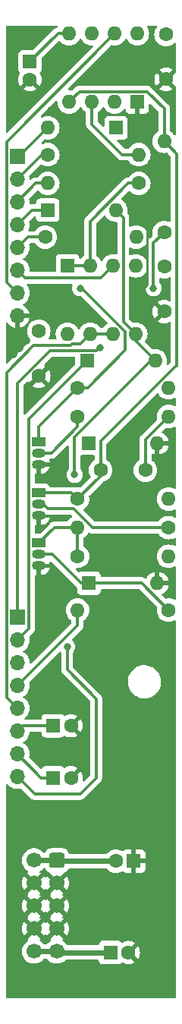
<source format=gtl>
G04 #@! TF.GenerationSoftware,KiCad,Pcbnew,7.0.7-7.0.7~ubuntu22.04.1*
G04 #@! TF.CreationDate,2024-01-01T18:28:25+01:00*
G04 #@! TF.ProjectId,Basic-ADSR,42617369-632d-4414-9453-522e6b696361,rev?*
G04 #@! TF.SameCoordinates,Original*
G04 #@! TF.FileFunction,Copper,L1,Top*
G04 #@! TF.FilePolarity,Positive*
%FSLAX46Y46*%
G04 Gerber Fmt 4.6, Leading zero omitted, Abs format (unit mm)*
G04 Created by KiCad (PCBNEW 7.0.7-7.0.7~ubuntu22.04.1) date 2024-01-01 18:28:25*
%MOMM*%
%LPD*%
G01*
G04 APERTURE LIST*
G04 #@! TA.AperFunction,ComponentPad*
%ADD10R,1.700000X1.700000*%
G04 #@! TD*
G04 #@! TA.AperFunction,ComponentPad*
%ADD11O,1.700000X1.700000*%
G04 #@! TD*
G04 #@! TA.AperFunction,ComponentPad*
%ADD12R,1.600000X1.600000*%
G04 #@! TD*
G04 #@! TA.AperFunction,ComponentPad*
%ADD13O,1.600000X1.600000*%
G04 #@! TD*
G04 #@! TA.AperFunction,ComponentPad*
%ADD14C,1.600000*%
G04 #@! TD*
G04 #@! TA.AperFunction,ComponentPad*
%ADD15R,1.500000X1.050000*%
G04 #@! TD*
G04 #@! TA.AperFunction,ComponentPad*
%ADD16O,1.500000X1.050000*%
G04 #@! TD*
G04 #@! TA.AperFunction,ComponentPad*
%ADD17C,1.700000*%
G04 #@! TD*
G04 #@! TA.AperFunction,ViaPad*
%ADD18C,0.800000*%
G04 #@! TD*
G04 #@! TA.AperFunction,Conductor*
%ADD19C,0.250000*%
G04 #@! TD*
G04 #@! TA.AperFunction,Conductor*
%ADD20C,0.600000*%
G04 #@! TD*
G04 #@! TA.AperFunction,Conductor*
%ADD21C,0.300000*%
G04 #@! TD*
G04 #@! TA.AperFunction,Conductor*
%ADD22C,0.200000*%
G04 #@! TD*
G04 APERTURE END LIST*
D10*
X30400000Y-100500000D03*
D11*
X30400000Y-103040000D03*
X30400000Y-105580000D03*
X30400000Y-108120000D03*
X30400000Y-110660000D03*
X30400000Y-113200000D03*
X30400000Y-115740000D03*
X30400000Y-118280000D03*
D10*
X30400000Y-49100000D03*
D11*
X30400000Y-51640000D03*
X30400000Y-54180000D03*
X30400000Y-56720000D03*
X30400000Y-59260000D03*
X30400000Y-61800000D03*
X30400000Y-64340000D03*
X30400000Y-66880000D03*
D12*
X33790000Y-55100000D03*
D13*
X41410000Y-55100000D03*
D14*
X37120000Y-93700000D03*
D13*
X47280000Y-93700000D03*
D14*
X47280000Y-99700000D03*
D13*
X37120000Y-99700000D03*
D14*
X39700000Y-84100000D03*
X44700000Y-84100000D03*
D15*
X32800000Y-92230000D03*
D16*
X32800000Y-93500000D03*
X32800000Y-94770000D03*
D12*
X34400000Y-112600000D03*
D14*
X36400000Y-112600000D03*
X37120000Y-78100000D03*
D13*
X47280000Y-78100000D03*
D12*
X34400000Y-118400000D03*
D14*
X36400000Y-118400000D03*
X32800000Y-68600000D03*
X32800000Y-73600000D03*
X46800000Y-57580000D03*
D13*
X46800000Y-47420000D03*
D14*
X37120000Y-87300000D03*
D13*
X47280000Y-87300000D03*
D15*
X32800000Y-80900000D03*
D16*
X32800000Y-82170000D03*
X32800000Y-83440000D03*
D14*
X43960000Y-52100000D03*
D13*
X33800000Y-52100000D03*
D12*
X38390000Y-81100000D03*
D13*
X46010000Y-81100000D03*
D14*
X33520000Y-58100000D03*
D13*
X43680000Y-58100000D03*
G04 #@! TA.AperFunction,ComponentPad*
G36*
G01*
X35650000Y-127020000D02*
X35650000Y-128220000D01*
G75*
G02*
X35400000Y-128470000I-250000J0D01*
G01*
X34200000Y-128470000D01*
G75*
G02*
X33950000Y-128220000I0J250000D01*
G01*
X33950000Y-127020000D01*
G75*
G02*
X34200000Y-126770000I250000J0D01*
G01*
X35400000Y-126770000D01*
G75*
G02*
X35650000Y-127020000I0J-250000D01*
G01*
G37*
G04 #@! TD.AperFunction*
D17*
X32260000Y-127620000D03*
X34800000Y-130160000D03*
X32260000Y-130160000D03*
X34800000Y-132700000D03*
X32260000Y-132700000D03*
X34800000Y-135240000D03*
X32260000Y-135240000D03*
X34800000Y-137780000D03*
X32260000Y-137780000D03*
D14*
X47280000Y-90500000D03*
D13*
X37120000Y-90500000D03*
D12*
X38390000Y-96700000D03*
D13*
X46010000Y-96700000D03*
D12*
X43800000Y-43020000D03*
D13*
X41260000Y-43020000D03*
X38720000Y-43020000D03*
X36180000Y-43020000D03*
X36180000Y-35400000D03*
X38720000Y-35400000D03*
X41260000Y-35400000D03*
X43800000Y-35400000D03*
D12*
X41420000Y-45900000D03*
D13*
X33800000Y-45900000D03*
D14*
X33800000Y-48900000D03*
D13*
X43960000Y-48900000D03*
D15*
X32800000Y-86630000D03*
D16*
X32800000Y-87900000D03*
X32800000Y-89170000D03*
D14*
X47000000Y-35500000D03*
X47000000Y-40500000D03*
X37120000Y-74900000D03*
D13*
X47280000Y-74900000D03*
D12*
X31800000Y-38544888D03*
D14*
X31800000Y-40544888D03*
D12*
X38190000Y-71900000D03*
D13*
X45810000Y-71900000D03*
D12*
X40800000Y-137900000D03*
D14*
X42800000Y-137900000D03*
X46800000Y-66400000D03*
X46800000Y-61400000D03*
D12*
X43400000Y-127700000D03*
D14*
X41400000Y-127700000D03*
D12*
X36000000Y-61300000D03*
D13*
X38540000Y-61300000D03*
X41080000Y-61300000D03*
X43620000Y-61300000D03*
X43620000Y-68920000D03*
X41080000Y-68920000D03*
X38540000Y-68920000D03*
X36000000Y-68920000D03*
D18*
X29949500Y-71200000D03*
X36000000Y-45300000D03*
X43900000Y-64400000D03*
X46500000Y-68500000D03*
X40800000Y-40300000D03*
X30700000Y-70500000D03*
X43900000Y-55500000D03*
X33200000Y-97000000D03*
X31400000Y-69700000D03*
X40600000Y-57500000D03*
X43900000Y-66400000D03*
X34100000Y-43900000D03*
X34200000Y-97000000D03*
X43900000Y-65400000D03*
X46500000Y-69500000D03*
X39800000Y-40300000D03*
X40600000Y-58500000D03*
X36000000Y-46200000D03*
X40300000Y-39300000D03*
X43900000Y-54500000D03*
X37400000Y-63800000D03*
X45600000Y-63800000D03*
X39600000Y-70400000D03*
X35970000Y-103800000D03*
X36800000Y-84600000D03*
D19*
X43900000Y-64400000D02*
X44900000Y-63400000D01*
X44900000Y-56500000D02*
X43900000Y-55500000D01*
X44900000Y-63400000D02*
X44900000Y-56500000D01*
D20*
X40800000Y-137900000D02*
X34920000Y-137900000D01*
X34920000Y-137900000D02*
X34800000Y-137780000D01*
X34800000Y-137780000D02*
X32260000Y-137780000D01*
X41400000Y-127700000D02*
X34880000Y-127700000D01*
X34800000Y-127620000D02*
X32260000Y-127620000D01*
X34880000Y-127700000D02*
X34800000Y-127620000D01*
D21*
X48200000Y-72424365D02*
X48200000Y-48820000D01*
X48129289Y-72424365D02*
X48200000Y-72424365D01*
X39700000Y-84100000D02*
X39700000Y-80853654D01*
X32800000Y-86630000D02*
X36450000Y-86630000D01*
X46800000Y-43800000D02*
X46800000Y-47420000D01*
X39700000Y-80853654D02*
X48129289Y-72424365D01*
X39700000Y-84720000D02*
X39700000Y-84100000D01*
X37330000Y-41870000D02*
X44870000Y-41870000D01*
X48200000Y-48820000D02*
X46800000Y-47420000D01*
X37120000Y-87300000D02*
X39700000Y-84720000D01*
X36180000Y-43020000D02*
X37330000Y-41870000D01*
X36450000Y-86630000D02*
X37120000Y-87300000D01*
X44870000Y-41870000D02*
X46800000Y-43800000D01*
X44700000Y-84100000D02*
X44700000Y-80680000D01*
X44700000Y-80680000D02*
X47280000Y-78100000D01*
X36180000Y-35400000D02*
X34944888Y-35400000D01*
X34944888Y-35400000D02*
X31800000Y-38544888D01*
X34295000Y-93500000D02*
X37495000Y-96700000D01*
X37495000Y-96700000D02*
X38390000Y-96700000D01*
X44280000Y-96700000D02*
X47280000Y-99700000D01*
X38390000Y-96700000D02*
X44280000Y-96700000D01*
X32800000Y-93500000D02*
X34295000Y-93500000D01*
X37120000Y-90500000D02*
X34530000Y-90500000D01*
X37120000Y-93700000D02*
X37120000Y-90500000D01*
X34530000Y-90500000D02*
X32800000Y-92230000D01*
X33300000Y-87900000D02*
X32800000Y-87900000D01*
X33800000Y-88400000D02*
X33300000Y-87900000D01*
X38787106Y-90500000D02*
X36687106Y-88400000D01*
X36687106Y-88400000D02*
X33800000Y-88400000D01*
X47280000Y-90500000D02*
X38787106Y-90500000D01*
X42470000Y-68683654D02*
X37586346Y-63800000D01*
X42470000Y-70681370D02*
X42470000Y-68683654D01*
X37120000Y-74900000D02*
X32800000Y-79220000D01*
X37586346Y-63800000D02*
X37400000Y-63800000D01*
X37120000Y-74900000D02*
X38251370Y-74900000D01*
X32800000Y-79220000D02*
X32800000Y-80900000D01*
X38251370Y-74900000D02*
X42470000Y-70681370D01*
X34181370Y-82170000D02*
X32800000Y-82170000D01*
X37120000Y-78100000D02*
X37120000Y-79231370D01*
X37120000Y-79231370D02*
X34181370Y-82170000D01*
X38720000Y-45500000D02*
X42120000Y-48900000D01*
X38720000Y-43020000D02*
X38720000Y-45500000D01*
X42120000Y-48900000D02*
X43960000Y-48900000D01*
X38540000Y-56343654D02*
X38540000Y-61300000D01*
X42783654Y-52100000D02*
X38540000Y-56343654D01*
X36000000Y-61300000D02*
X38540000Y-61300000D01*
X43960000Y-52100000D02*
X42783654Y-52100000D01*
X30400000Y-51640000D02*
X33140000Y-48900000D01*
X33140000Y-48900000D02*
X33800000Y-48900000D01*
X30600000Y-49100000D02*
X33800000Y-45900000D01*
X30400000Y-49100000D02*
X30600000Y-49100000D01*
X31000000Y-112600000D02*
X30400000Y-113200000D01*
X34400000Y-112600000D02*
X31000000Y-112600000D01*
X33060000Y-118400000D02*
X30400000Y-115740000D01*
X34400000Y-118400000D02*
X33060000Y-118400000D01*
X31700000Y-101740000D02*
X30400000Y-103040000D01*
X38190000Y-71900000D02*
X31700000Y-78390000D01*
X31700000Y-78390000D02*
X31700000Y-101740000D01*
X33790000Y-55100000D02*
X32020000Y-55100000D01*
X32020000Y-55100000D02*
X30400000Y-56720000D01*
X29200000Y-73200000D02*
X29200000Y-109460000D01*
X38540000Y-68920000D02*
X37460000Y-70000000D01*
X32200000Y-70200000D02*
X29200000Y-73200000D01*
X36546346Y-70000000D02*
X36346346Y-70200000D01*
X41080000Y-68920000D02*
X38540000Y-68920000D01*
X36346346Y-70200000D02*
X32200000Y-70200000D01*
X29200000Y-109460000D02*
X30400000Y-110660000D01*
X37460000Y-70000000D02*
X36546346Y-70000000D01*
X32480000Y-52100000D02*
X30400000Y-54180000D01*
X33800000Y-52100000D02*
X32480000Y-52100000D01*
X30400000Y-108120000D02*
X37120000Y-101400000D01*
X37120000Y-101400000D02*
X37120000Y-99700000D01*
X33520000Y-58100000D02*
X31560000Y-58100000D01*
X31560000Y-58100000D02*
X30400000Y-59260000D01*
X39730000Y-62650000D02*
X31250000Y-62650000D01*
X31250000Y-62650000D02*
X30400000Y-61800000D01*
X41080000Y-61300000D02*
X39730000Y-62650000D01*
X29200000Y-63140000D02*
X30400000Y-64340000D01*
X41260000Y-35400000D02*
X29200000Y-47460000D01*
X29200000Y-47460000D02*
X29200000Y-63140000D01*
X30400000Y-74373654D02*
X34023654Y-70750000D01*
X45600000Y-63800000D02*
X45600000Y-58780000D01*
X39250000Y-70750000D02*
X39600000Y-70400000D01*
X34023654Y-70750000D02*
X39250000Y-70750000D01*
X30400000Y-100500000D02*
X30400000Y-78982894D01*
X45600000Y-58780000D02*
X46800000Y-57580000D01*
X30400000Y-78982894D02*
X30400000Y-75600000D01*
X30400000Y-75600000D02*
X30400000Y-74373654D01*
X42230000Y-55920000D02*
X41410000Y-55100000D01*
X36800000Y-80390000D02*
X36800000Y-84600000D01*
X39200000Y-118400000D02*
X37400000Y-120200000D01*
X35970000Y-103800000D02*
X35970000Y-106370000D01*
X45290000Y-71900000D02*
X36800000Y-80390000D01*
X35970000Y-106370000D02*
X39200000Y-109600000D01*
X43620000Y-68920000D02*
X42230000Y-67530000D01*
X45810000Y-71900000D02*
X45290000Y-71900000D01*
X39200000Y-109600000D02*
X39200000Y-118400000D01*
X37400000Y-120200000D02*
X32320000Y-120200000D01*
X43620000Y-69710000D02*
X43620000Y-68920000D01*
D22*
X41420000Y-45860000D02*
X41420000Y-45900000D01*
D21*
X32320000Y-120200000D02*
X30400000Y-118280000D01*
X45810000Y-71900000D02*
X43620000Y-69710000D01*
X42230000Y-67530000D02*
X42230000Y-55920000D01*
G04 #@! TA.AperFunction,Conductor*
G36*
X32862470Y-135489363D02*
G01*
X32868949Y-135495396D01*
X33374925Y-136001373D01*
X33428424Y-135924970D01*
X33483001Y-135881345D01*
X33552499Y-135874152D01*
X33614854Y-135905674D01*
X33631574Y-135924970D01*
X33685072Y-136001373D01*
X33685073Y-136001373D01*
X34191050Y-135495395D01*
X34252373Y-135461910D01*
X34322064Y-135466894D01*
X34377998Y-135508765D01*
X34383039Y-135516025D01*
X34383048Y-135516039D01*
X34418239Y-135570798D01*
X34533602Y-135670759D01*
X34531293Y-135673422D01*
X34566006Y-135713499D01*
X34575935Y-135782660D01*
X34546898Y-135846210D01*
X34540882Y-135852669D01*
X34038625Y-136354925D01*
X34109801Y-136404763D01*
X34153426Y-136459340D01*
X34160620Y-136528838D01*
X34129097Y-136591193D01*
X34097697Y-136615392D01*
X34054427Y-136638809D01*
X34054422Y-136638812D01*
X33876761Y-136777092D01*
X33876756Y-136777097D01*
X33734633Y-136931483D01*
X33674746Y-136967474D01*
X33643404Y-136971500D01*
X33416596Y-136971500D01*
X33349557Y-136951815D01*
X33325367Y-136931483D01*
X33183243Y-136777097D01*
X33183238Y-136777092D01*
X33064797Y-136684905D01*
X33005577Y-136638811D01*
X32962303Y-136615393D01*
X32912713Y-136566173D01*
X32897605Y-136497957D01*
X32921775Y-136432401D01*
X32950198Y-136404763D01*
X33021373Y-136354925D01*
X32519116Y-135852669D01*
X32485631Y-135791346D01*
X32490615Y-135721655D01*
X32527640Y-135672193D01*
X32526398Y-135670759D01*
X32533100Y-135664952D01*
X32641761Y-135570798D01*
X32676954Y-135516037D01*
X32729755Y-135470283D01*
X32798914Y-135460339D01*
X32862470Y-135489363D01*
G37*
G04 #@! TD.AperFunction*
G04 #@! TA.AperFunction,Conductor*
G36*
X32862470Y-132949363D02*
G01*
X32868949Y-132955396D01*
X33374925Y-133461373D01*
X33428425Y-133384968D01*
X33483002Y-133341344D01*
X33552501Y-133334151D01*
X33614855Y-133365673D01*
X33631576Y-133384969D01*
X33685073Y-133461372D01*
X34191050Y-132955395D01*
X34252373Y-132921910D01*
X34322064Y-132926894D01*
X34377998Y-132968765D01*
X34383039Y-132976025D01*
X34383048Y-132976039D01*
X34418239Y-133030798D01*
X34533602Y-133130759D01*
X34531293Y-133133422D01*
X34566006Y-133173499D01*
X34575935Y-133242660D01*
X34546898Y-133306210D01*
X34540882Y-133312669D01*
X34038625Y-133814925D01*
X34115031Y-133868425D01*
X34158655Y-133923002D01*
X34165848Y-133992501D01*
X34134326Y-134054855D01*
X34115029Y-134071576D01*
X34038625Y-134125072D01*
X34540883Y-134627330D01*
X34574368Y-134688653D01*
X34569384Y-134758345D01*
X34532357Y-134807805D01*
X34533602Y-134809241D01*
X34418238Y-134909202D01*
X34383046Y-134963962D01*
X34330242Y-135009717D01*
X34261083Y-135019660D01*
X34197528Y-134990634D01*
X34191050Y-134984603D01*
X33685072Y-134478625D01*
X33685072Y-134478626D01*
X33631574Y-134555030D01*
X33576998Y-134598655D01*
X33507499Y-134605849D01*
X33445144Y-134574326D01*
X33428424Y-134555030D01*
X33374925Y-134478626D01*
X33374925Y-134478625D01*
X32868949Y-134984602D01*
X32807626Y-135018087D01*
X32737934Y-135013103D01*
X32682001Y-134971231D01*
X32676953Y-134963961D01*
X32641761Y-134909202D01*
X32526398Y-134809241D01*
X32528708Y-134806574D01*
X32494005Y-134766528D01*
X32484058Y-134697370D01*
X32513080Y-134633813D01*
X32519116Y-134627330D01*
X33021373Y-134125073D01*
X32944969Y-134071576D01*
X32901344Y-134016999D01*
X32894150Y-133947501D01*
X32925672Y-133885146D01*
X32944968Y-133868425D01*
X33021373Y-133814925D01*
X32519116Y-133312669D01*
X32485631Y-133251346D01*
X32490615Y-133181655D01*
X32527640Y-133132193D01*
X32526398Y-133130759D01*
X32533100Y-133124952D01*
X32641761Y-133030798D01*
X32676954Y-132976037D01*
X32729755Y-132930283D01*
X32798914Y-132920339D01*
X32862470Y-132949363D01*
G37*
G04 #@! TD.AperFunction*
G04 #@! TA.AperFunction,Conductor*
G36*
X32862470Y-130409363D02*
G01*
X32868949Y-130415396D01*
X33374925Y-130921373D01*
X33428425Y-130844968D01*
X33483002Y-130801344D01*
X33552501Y-130794151D01*
X33614855Y-130825673D01*
X33631576Y-130844969D01*
X33685073Y-130921372D01*
X34191050Y-130415395D01*
X34252373Y-130381910D01*
X34322064Y-130386894D01*
X34377998Y-130428765D01*
X34383039Y-130436025D01*
X34383048Y-130436039D01*
X34418239Y-130490798D01*
X34533602Y-130590759D01*
X34531293Y-130593422D01*
X34566006Y-130633499D01*
X34575935Y-130702660D01*
X34546898Y-130766210D01*
X34540882Y-130772669D01*
X34038625Y-131274925D01*
X34115031Y-131328425D01*
X34158655Y-131383002D01*
X34165848Y-131452501D01*
X34134326Y-131514855D01*
X34115029Y-131531576D01*
X34038625Y-131585072D01*
X34540883Y-132087330D01*
X34574368Y-132148653D01*
X34569384Y-132218345D01*
X34532357Y-132267805D01*
X34533602Y-132269241D01*
X34418238Y-132369202D01*
X34383046Y-132423962D01*
X34330242Y-132469717D01*
X34261083Y-132479660D01*
X34197528Y-132450634D01*
X34191050Y-132444603D01*
X33685072Y-131938625D01*
X33685072Y-131938626D01*
X33631574Y-132015030D01*
X33576998Y-132058655D01*
X33507499Y-132065849D01*
X33445144Y-132034326D01*
X33428424Y-132015030D01*
X33374925Y-131938626D01*
X33374925Y-131938625D01*
X32868949Y-132444602D01*
X32807626Y-132478087D01*
X32737934Y-132473103D01*
X32682001Y-132431231D01*
X32676953Y-132423961D01*
X32641761Y-132369202D01*
X32526398Y-132269241D01*
X32528708Y-132266574D01*
X32494005Y-132226528D01*
X32484058Y-132157370D01*
X32513080Y-132093813D01*
X32519116Y-132087330D01*
X33021373Y-131585073D01*
X32944969Y-131531576D01*
X32901344Y-131476999D01*
X32894150Y-131407501D01*
X32925672Y-131345146D01*
X32944968Y-131328425D01*
X33021373Y-131274925D01*
X32519116Y-130772669D01*
X32485631Y-130711346D01*
X32490615Y-130641655D01*
X32527640Y-130592193D01*
X32526398Y-130590759D01*
X32533100Y-130584952D01*
X32641761Y-130490798D01*
X32676954Y-130436037D01*
X32729755Y-130390283D01*
X32798914Y-130380339D01*
X32862470Y-130409363D01*
G37*
G04 #@! TD.AperFunction*
G04 #@! TA.AperFunction,Conductor*
G36*
X33428542Y-128463467D02*
G01*
X33486158Y-128502991D01*
X33504474Y-128536362D01*
X33504835Y-128536195D01*
X33507389Y-128541672D01*
X33507749Y-128542329D01*
X33507882Y-128542730D01*
X33507884Y-128542735D01*
X33507886Y-128542740D01*
X33543141Y-128599898D01*
X33600970Y-128693652D01*
X33726348Y-128819030D01*
X33877262Y-128912115D01*
X33952314Y-128936984D01*
X34009759Y-128976756D01*
X34036582Y-129041272D01*
X34036600Y-129043047D01*
X34540883Y-129547330D01*
X34574368Y-129608653D01*
X34569384Y-129678345D01*
X34532357Y-129727805D01*
X34533602Y-129729241D01*
X34418238Y-129829202D01*
X34383046Y-129883962D01*
X34330242Y-129929717D01*
X34261083Y-129939660D01*
X34197528Y-129910634D01*
X34191050Y-129904603D01*
X33685072Y-129398625D01*
X33685072Y-129398626D01*
X33631574Y-129475030D01*
X33576998Y-129518655D01*
X33507499Y-129525849D01*
X33445144Y-129494326D01*
X33428424Y-129475030D01*
X33374925Y-129398626D01*
X33374925Y-129398625D01*
X32868949Y-129904602D01*
X32807626Y-129938087D01*
X32737934Y-129933103D01*
X32682001Y-129891231D01*
X32676953Y-129883961D01*
X32641761Y-129829202D01*
X32526398Y-129729241D01*
X32528708Y-129726574D01*
X32494005Y-129686528D01*
X32484058Y-129617370D01*
X32513080Y-129553813D01*
X32519116Y-129547330D01*
X33021373Y-129045073D01*
X33021373Y-129045072D01*
X32950199Y-128995236D01*
X32906574Y-128940659D01*
X32899380Y-128871161D01*
X32930903Y-128808806D01*
X32962305Y-128784606D01*
X33005576Y-128761189D01*
X33183240Y-128622906D01*
X33298818Y-128497355D01*
X33358704Y-128461366D01*
X33428542Y-128463467D01*
G37*
G04 #@! TD.AperFunction*
G04 #@! TA.AperFunction,Conductor*
G36*
X34174890Y-94322759D02*
G01*
X34212068Y-94348328D01*
X36968281Y-97104540D01*
X36978435Y-97117213D01*
X36978611Y-97117069D01*
X36983585Y-97123082D01*
X37036701Y-97172961D01*
X37045181Y-97181441D01*
X37078666Y-97242764D01*
X37081500Y-97269122D01*
X37081500Y-97548654D01*
X37088011Y-97609202D01*
X37088011Y-97609204D01*
X37139111Y-97746204D01*
X37226739Y-97863261D01*
X37343796Y-97950889D01*
X37480799Y-98001989D01*
X37508050Y-98004918D01*
X37541345Y-98008499D01*
X37541362Y-98008500D01*
X39238638Y-98008500D01*
X39238654Y-98008499D01*
X39265692Y-98005591D01*
X39299201Y-98001989D01*
X39436204Y-97950889D01*
X39553261Y-97863261D01*
X39640889Y-97746204D01*
X39691989Y-97609201D01*
X39695591Y-97575692D01*
X39698499Y-97548654D01*
X39698500Y-97548637D01*
X39698500Y-97482500D01*
X39718185Y-97415461D01*
X39770989Y-97369706D01*
X39822500Y-97358500D01*
X43955878Y-97358500D01*
X44022917Y-97378185D01*
X44043559Y-97394819D01*
X45964192Y-99315452D01*
X45997677Y-99376775D01*
X45996287Y-99435223D01*
X45986458Y-99471908D01*
X45986456Y-99471918D01*
X45966502Y-99699998D01*
X45966502Y-99700001D01*
X45986456Y-99928081D01*
X45986457Y-99928089D01*
X46045714Y-100149238D01*
X46045718Y-100149249D01*
X46142475Y-100356745D01*
X46142477Y-100356749D01*
X46273802Y-100544300D01*
X46435700Y-100706198D01*
X46623251Y-100837523D01*
X46748091Y-100895736D01*
X46830750Y-100934281D01*
X46830752Y-100934281D01*
X46830757Y-100934284D01*
X47051913Y-100993543D01*
X47214832Y-101007796D01*
X47279998Y-101013498D01*
X47280000Y-101013498D01*
X47280002Y-101013498D01*
X47337021Y-101008509D01*
X47508087Y-100993543D01*
X47729243Y-100934284D01*
X47923097Y-100843888D01*
X47992173Y-100833397D01*
X48055957Y-100861917D01*
X48094196Y-100920393D01*
X48099500Y-100956271D01*
X48099500Y-142875500D01*
X48079815Y-142942539D01*
X48027011Y-142988294D01*
X47975500Y-142999500D01*
X29224500Y-142999500D01*
X29157461Y-142979815D01*
X29111706Y-142927011D01*
X29100500Y-142875500D01*
X29100500Y-137780005D01*
X30896844Y-137780005D01*
X30915434Y-138004359D01*
X30915436Y-138004371D01*
X30970703Y-138222614D01*
X31061140Y-138428792D01*
X31184276Y-138617265D01*
X31184284Y-138617276D01*
X31334995Y-138780989D01*
X31336760Y-138782906D01*
X31514424Y-138921189D01*
X31514425Y-138921189D01*
X31514427Y-138921191D01*
X31621296Y-138979025D01*
X31712426Y-139028342D01*
X31925365Y-139101444D01*
X32147431Y-139138500D01*
X32372569Y-139138500D01*
X32594635Y-139101444D01*
X32807574Y-139028342D01*
X33005576Y-138921189D01*
X33183240Y-138782906D01*
X33262938Y-138696331D01*
X33325367Y-138628517D01*
X33385254Y-138592526D01*
X33416596Y-138588500D01*
X33643404Y-138588500D01*
X33710443Y-138608185D01*
X33734633Y-138628517D01*
X33874995Y-138780989D01*
X33876760Y-138782906D01*
X34054424Y-138921189D01*
X34054425Y-138921189D01*
X34054427Y-138921191D01*
X34161296Y-138979025D01*
X34252426Y-139028342D01*
X34465365Y-139101444D01*
X34687431Y-139138500D01*
X34912569Y-139138500D01*
X35134635Y-139101444D01*
X35347574Y-139028342D01*
X35545576Y-138921189D01*
X35723240Y-138782906D01*
X35741720Y-138762830D01*
X35754898Y-138748517D01*
X35814785Y-138712526D01*
X35846127Y-138708500D01*
X39376102Y-138708500D01*
X39443141Y-138728185D01*
X39488896Y-138780989D01*
X39496780Y-138803992D01*
X39498011Y-138809202D01*
X39549111Y-138946203D01*
X39549111Y-138946204D01*
X39636739Y-139063261D01*
X39753796Y-139150889D01*
X39890799Y-139201989D01*
X39918050Y-139204918D01*
X39951345Y-139208499D01*
X39951362Y-139208500D01*
X41648638Y-139208500D01*
X41648654Y-139208499D01*
X41675692Y-139205591D01*
X41709201Y-139201989D01*
X41846204Y-139150889D01*
X41963261Y-139063261D01*
X41970907Y-139053046D01*
X42026840Y-139011174D01*
X42096531Y-139006188D01*
X42141302Y-139025782D01*
X42147514Y-139030132D01*
X42147516Y-139030133D01*
X42353673Y-139126265D01*
X42353682Y-139126269D01*
X42573389Y-139185139D01*
X42573400Y-139185141D01*
X42799998Y-139204966D01*
X42800002Y-139204966D01*
X43026599Y-139185141D01*
X43026610Y-139185139D01*
X43246317Y-139126269D01*
X43246331Y-139126264D01*
X43452478Y-139030136D01*
X43525472Y-138979025D01*
X42983866Y-138437419D01*
X42950381Y-138376096D01*
X42955365Y-138306404D01*
X42997237Y-138250471D01*
X43015245Y-138239258D01*
X43038045Y-138227641D01*
X43127641Y-138138045D01*
X43139254Y-138115252D01*
X43187225Y-138064458D01*
X43255046Y-138047661D01*
X43321181Y-138070197D01*
X43337419Y-138083866D01*
X43879025Y-138625472D01*
X43930136Y-138552478D01*
X44026264Y-138346331D01*
X44026269Y-138346317D01*
X44085139Y-138126610D01*
X44085141Y-138126599D01*
X44104966Y-137900002D01*
X44104966Y-137899997D01*
X44085141Y-137673400D01*
X44085139Y-137673389D01*
X44026269Y-137453682D01*
X44026265Y-137453673D01*
X43930133Y-137247516D01*
X43930131Y-137247512D01*
X43879026Y-137174526D01*
X43879025Y-137174526D01*
X43337419Y-137716132D01*
X43276096Y-137749617D01*
X43206404Y-137744633D01*
X43150471Y-137702761D01*
X43139256Y-137684751D01*
X43127641Y-137661955D01*
X43127637Y-137661951D01*
X43127636Y-137661949D01*
X43038050Y-137572363D01*
X43038044Y-137572358D01*
X43028109Y-137567296D01*
X43015250Y-137560744D01*
X42964456Y-137512773D01*
X42947660Y-137444952D01*
X42970197Y-137378817D01*
X42983865Y-137362580D01*
X43525472Y-136820973D01*
X43452483Y-136769866D01*
X43452481Y-136769865D01*
X43246326Y-136673734D01*
X43246317Y-136673730D01*
X43026610Y-136614860D01*
X43026599Y-136614858D01*
X42800002Y-136595034D01*
X42799998Y-136595034D01*
X42573400Y-136614858D01*
X42573389Y-136614860D01*
X42353682Y-136673730D01*
X42353673Y-136673734D01*
X42147518Y-136769865D01*
X42147515Y-136769867D01*
X42141291Y-136774225D01*
X42075083Y-136796547D01*
X42007317Y-136779531D01*
X41970909Y-136746955D01*
X41963263Y-136736742D01*
X41963261Y-136736739D01*
X41846204Y-136649111D01*
X41818584Y-136638809D01*
X41709203Y-136598011D01*
X41648654Y-136591500D01*
X41648638Y-136591500D01*
X39951362Y-136591500D01*
X39951345Y-136591500D01*
X39890797Y-136598011D01*
X39890795Y-136598011D01*
X39753795Y-136649111D01*
X39636739Y-136736739D01*
X39549111Y-136853795D01*
X39498011Y-136990797D01*
X39496780Y-136996008D01*
X39462210Y-137056726D01*
X39400302Y-137089116D01*
X39376102Y-137091500D01*
X36040023Y-137091500D01*
X35972984Y-137071815D01*
X35936215Y-137035322D01*
X35875723Y-136942734D01*
X35875715Y-136942723D01*
X35723243Y-136777097D01*
X35723238Y-136777092D01*
X35604797Y-136684905D01*
X35545577Y-136638811D01*
X35502303Y-136615393D01*
X35452713Y-136566173D01*
X35437605Y-136497957D01*
X35461775Y-136432401D01*
X35490198Y-136404763D01*
X35561373Y-136354925D01*
X35059116Y-135852669D01*
X35025631Y-135791346D01*
X35030615Y-135721655D01*
X35067640Y-135672193D01*
X35066398Y-135670759D01*
X35073100Y-135664952D01*
X35181761Y-135570798D01*
X35216954Y-135516037D01*
X35269755Y-135470283D01*
X35338914Y-135460339D01*
X35402470Y-135489363D01*
X35408949Y-135495396D01*
X35914925Y-136001373D01*
X35914926Y-136001373D01*
X35973598Y-135917582D01*
X35973600Y-135917578D01*
X36073429Y-135703492D01*
X36073433Y-135703483D01*
X36134567Y-135475326D01*
X36134569Y-135475315D01*
X36155157Y-135240001D01*
X36155157Y-135239998D01*
X36134569Y-135004684D01*
X36134567Y-135004673D01*
X36073433Y-134776516D01*
X36073429Y-134776507D01*
X35973600Y-134562423D01*
X35973599Y-134562421D01*
X35914925Y-134478626D01*
X35914925Y-134478625D01*
X35408949Y-134984602D01*
X35347626Y-135018087D01*
X35277934Y-135013103D01*
X35222001Y-134971231D01*
X35216953Y-134963961D01*
X35181761Y-134909202D01*
X35066398Y-134809241D01*
X35068708Y-134806574D01*
X35034005Y-134766528D01*
X35024058Y-134697370D01*
X35053080Y-134633813D01*
X35059116Y-134627330D01*
X35561373Y-134125073D01*
X35484969Y-134071576D01*
X35441344Y-134016999D01*
X35434150Y-133947501D01*
X35465672Y-133885146D01*
X35484968Y-133868425D01*
X35561373Y-133814925D01*
X35059116Y-133312669D01*
X35025631Y-133251346D01*
X35030615Y-133181655D01*
X35067640Y-133132193D01*
X35066398Y-133130759D01*
X35073100Y-133124952D01*
X35181761Y-133030798D01*
X35216954Y-132976037D01*
X35269755Y-132930283D01*
X35338914Y-132920339D01*
X35402470Y-132949363D01*
X35408949Y-132955396D01*
X35914925Y-133461373D01*
X35914926Y-133461373D01*
X35973598Y-133377582D01*
X35973600Y-133377578D01*
X36073429Y-133163492D01*
X36073433Y-133163483D01*
X36134567Y-132935326D01*
X36134569Y-132935315D01*
X36155157Y-132700001D01*
X36155157Y-132699998D01*
X36134569Y-132464684D01*
X36134567Y-132464673D01*
X36073433Y-132236516D01*
X36073429Y-132236507D01*
X35973600Y-132022423D01*
X35973599Y-132022421D01*
X35914925Y-131938626D01*
X35914925Y-131938625D01*
X35408949Y-132444602D01*
X35347626Y-132478087D01*
X35277934Y-132473103D01*
X35222001Y-132431231D01*
X35216953Y-132423961D01*
X35181761Y-132369202D01*
X35066398Y-132269241D01*
X35068708Y-132266574D01*
X35034005Y-132226528D01*
X35024058Y-132157370D01*
X35053080Y-132093813D01*
X35059116Y-132087330D01*
X35561373Y-131585073D01*
X35484969Y-131531576D01*
X35441344Y-131476999D01*
X35434150Y-131407501D01*
X35465672Y-131345146D01*
X35484968Y-131328425D01*
X35561373Y-131274925D01*
X35059116Y-130772669D01*
X35025631Y-130711346D01*
X35030615Y-130641655D01*
X35067640Y-130592193D01*
X35066398Y-130590759D01*
X35073100Y-130584952D01*
X35181761Y-130490798D01*
X35216954Y-130436037D01*
X35269755Y-130390283D01*
X35338914Y-130380339D01*
X35402470Y-130409363D01*
X35408949Y-130415396D01*
X35914925Y-130921373D01*
X35914926Y-130921373D01*
X35973598Y-130837582D01*
X35973600Y-130837578D01*
X36073429Y-130623492D01*
X36073433Y-130623483D01*
X36134567Y-130395326D01*
X36134569Y-130395315D01*
X36155157Y-130160001D01*
X36155157Y-130159998D01*
X36134569Y-129924684D01*
X36134567Y-129924673D01*
X36073433Y-129696516D01*
X36073429Y-129696507D01*
X35973600Y-129482423D01*
X35973599Y-129482421D01*
X35914925Y-129398626D01*
X35914925Y-129398625D01*
X35408949Y-129904602D01*
X35347626Y-129938087D01*
X35277934Y-129933103D01*
X35222001Y-129891231D01*
X35216953Y-129883961D01*
X35181761Y-129829202D01*
X35066398Y-129729241D01*
X35068708Y-129726574D01*
X35034005Y-129686528D01*
X35024058Y-129617370D01*
X35053080Y-129553813D01*
X35059116Y-129547330D01*
X35568746Y-129037700D01*
X35576926Y-128996998D01*
X35625541Y-128946815D01*
X35647679Y-128936986D01*
X35722738Y-128912115D01*
X35873652Y-128819030D01*
X35999030Y-128693652D01*
X36052248Y-128607372D01*
X36076902Y-128567403D01*
X36128849Y-128520678D01*
X36182440Y-128508500D01*
X40306640Y-128508500D01*
X40373679Y-128528185D01*
X40394320Y-128544819D01*
X40555700Y-128706198D01*
X40743251Y-128837523D01*
X40868091Y-128895736D01*
X40950750Y-128934281D01*
X40950752Y-128934281D01*
X40950757Y-128934284D01*
X41171913Y-128993543D01*
X41334832Y-129007796D01*
X41399998Y-129013498D01*
X41400000Y-129013498D01*
X41400002Y-129013498D01*
X41457021Y-129008509D01*
X41628087Y-128993543D01*
X41849243Y-128934284D01*
X42056749Y-128837523D01*
X42070761Y-128827711D01*
X42136966Y-128805383D01*
X42204734Y-128822392D01*
X42241154Y-128854975D01*
X42242810Y-128857188D01*
X42242814Y-128857191D01*
X42357906Y-128943350D01*
X42357913Y-128943354D01*
X42492620Y-128993596D01*
X42492627Y-128993598D01*
X42552155Y-128999999D01*
X42552172Y-129000000D01*
X43150000Y-129000000D01*
X43150000Y-128210575D01*
X43169685Y-128143536D01*
X43222489Y-128097781D01*
X43291647Y-128087837D01*
X43293331Y-128088091D01*
X43325699Y-128093218D01*
X43368515Y-128100000D01*
X43368519Y-128100000D01*
X43431485Y-128100000D01*
X43474300Y-128093218D01*
X43506602Y-128088102D01*
X43575894Y-128097056D01*
X43629347Y-128142052D01*
X43649987Y-128208803D01*
X43650000Y-128210575D01*
X43650000Y-129000000D01*
X44247828Y-129000000D01*
X44247844Y-128999999D01*
X44307372Y-128993598D01*
X44307379Y-128993596D01*
X44442086Y-128943354D01*
X44442093Y-128943350D01*
X44557187Y-128857190D01*
X44557190Y-128857187D01*
X44643350Y-128742093D01*
X44643354Y-128742086D01*
X44693596Y-128607379D01*
X44693598Y-128607372D01*
X44699999Y-128547844D01*
X44700000Y-128547827D01*
X44700000Y-127950000D01*
X43910576Y-127950000D01*
X43843537Y-127930315D01*
X43797782Y-127877511D01*
X43787838Y-127808353D01*
X43788103Y-127806603D01*
X43804986Y-127700003D01*
X43804986Y-127699996D01*
X43788103Y-127593397D01*
X43797058Y-127524104D01*
X43842054Y-127470652D01*
X43908806Y-127450013D01*
X43910576Y-127450000D01*
X44700000Y-127450000D01*
X44700000Y-126852172D01*
X44699999Y-126852155D01*
X44693598Y-126792627D01*
X44693596Y-126792620D01*
X44643354Y-126657913D01*
X44643350Y-126657906D01*
X44557190Y-126542812D01*
X44557187Y-126542809D01*
X44442093Y-126456649D01*
X44442086Y-126456645D01*
X44307379Y-126406403D01*
X44307372Y-126406401D01*
X44247844Y-126400000D01*
X43650000Y-126400000D01*
X43650000Y-127189424D01*
X43630315Y-127256463D01*
X43577511Y-127302218D01*
X43508353Y-127312162D01*
X43506602Y-127311897D01*
X43431486Y-127300000D01*
X43431481Y-127300000D01*
X43368519Y-127300000D01*
X43368514Y-127300000D01*
X43293398Y-127311897D01*
X43224104Y-127302942D01*
X43170652Y-127257946D01*
X43150013Y-127191194D01*
X43150000Y-127189424D01*
X43150000Y-126400000D01*
X42552155Y-126400000D01*
X42492627Y-126406401D01*
X42492620Y-126406403D01*
X42357913Y-126456645D01*
X42357906Y-126456649D01*
X42242812Y-126542809D01*
X42242811Y-126542810D01*
X42241149Y-126545031D01*
X42238930Y-126546691D01*
X42236541Y-126549081D01*
X42236197Y-126548737D01*
X42185213Y-126586899D01*
X42115521Y-126591880D01*
X42070763Y-126572290D01*
X42056749Y-126562477D01*
X42056743Y-126562474D01*
X41849249Y-126465718D01*
X41849238Y-126465714D01*
X41628089Y-126406457D01*
X41628081Y-126406456D01*
X41400002Y-126386502D01*
X41399998Y-126386502D01*
X41171918Y-126406456D01*
X41171910Y-126406457D01*
X40950761Y-126465714D01*
X40950750Y-126465718D01*
X40743254Y-126562475D01*
X40743252Y-126562476D01*
X40708373Y-126586899D01*
X40555700Y-126693802D01*
X40555698Y-126693803D01*
X40555695Y-126693806D01*
X40394321Y-126855181D01*
X40332998Y-126888666D01*
X40306640Y-126891500D01*
X36246019Y-126891500D01*
X36178980Y-126871815D01*
X36133225Y-126819011D01*
X36128313Y-126806503D01*
X36092116Y-126697266D01*
X36092115Y-126697262D01*
X35999030Y-126546348D01*
X35873652Y-126420970D01*
X35722738Y-126327885D01*
X35722735Y-126327884D01*
X35554427Y-126272113D01*
X35450545Y-126261500D01*
X34149462Y-126261500D01*
X34149446Y-126261501D01*
X34045572Y-126272113D01*
X33877264Y-126327884D01*
X33877259Y-126327886D01*
X33726346Y-126420971D01*
X33600971Y-126546346D01*
X33507886Y-126697259D01*
X33507882Y-126697268D01*
X33507749Y-126697672D01*
X33507582Y-126697912D01*
X33504835Y-126703805D01*
X33503827Y-126703335D01*
X33467972Y-126755114D01*
X33403454Y-126781932D01*
X33334680Y-126769612D01*
X33298817Y-126742643D01*
X33183240Y-126617094D01*
X33183237Y-126617092D01*
X33183238Y-126617092D01*
X33005577Y-126478812D01*
X33005572Y-126478808D01*
X32807580Y-126371661D01*
X32807577Y-126371659D01*
X32807574Y-126371658D01*
X32807571Y-126371657D01*
X32807569Y-126371656D01*
X32594637Y-126298556D01*
X32372569Y-126261500D01*
X32147431Y-126261500D01*
X31925362Y-126298556D01*
X31712430Y-126371656D01*
X31712419Y-126371661D01*
X31514427Y-126478808D01*
X31514422Y-126478812D01*
X31336761Y-126617092D01*
X31336756Y-126617097D01*
X31184284Y-126782723D01*
X31184276Y-126782734D01*
X31061140Y-126971207D01*
X30970703Y-127177385D01*
X30915436Y-127395628D01*
X30915434Y-127395640D01*
X30896844Y-127619994D01*
X30896844Y-127620005D01*
X30915434Y-127844359D01*
X30915436Y-127844371D01*
X30970703Y-128062614D01*
X31061140Y-128268792D01*
X31184276Y-128457265D01*
X31184284Y-128457276D01*
X31322466Y-128607379D01*
X31336760Y-128622906D01*
X31514424Y-128761189D01*
X31557695Y-128784606D01*
X31607286Y-128833825D01*
X31622394Y-128902042D01*
X31598224Y-128967597D01*
X31569801Y-128995236D01*
X31498626Y-129045072D01*
X31498625Y-129045072D01*
X32000883Y-129547330D01*
X32034368Y-129608653D01*
X32029384Y-129678345D01*
X31992357Y-129727805D01*
X31993602Y-129729241D01*
X31878238Y-129829202D01*
X31843046Y-129883962D01*
X31790242Y-129929717D01*
X31721083Y-129939660D01*
X31657528Y-129910634D01*
X31651050Y-129904603D01*
X31145072Y-129398625D01*
X31086401Y-129482419D01*
X30986570Y-129696507D01*
X30986566Y-129696516D01*
X30925432Y-129924673D01*
X30925430Y-129924684D01*
X30904843Y-130159998D01*
X30904843Y-130160001D01*
X30925430Y-130395315D01*
X30925432Y-130395326D01*
X30986566Y-130623483D01*
X30986570Y-130623492D01*
X31086400Y-130837579D01*
X31086402Y-130837583D01*
X31145072Y-130921373D01*
X31145073Y-130921373D01*
X31651050Y-130415395D01*
X31712373Y-130381910D01*
X31782064Y-130386894D01*
X31837998Y-130428765D01*
X31843039Y-130436025D01*
X31843048Y-130436039D01*
X31878239Y-130490798D01*
X31993602Y-130590759D01*
X31991293Y-130593422D01*
X32026006Y-130633499D01*
X32035935Y-130702660D01*
X32006898Y-130766210D01*
X32000882Y-130772669D01*
X31498625Y-131274925D01*
X31575031Y-131328425D01*
X31618655Y-131383002D01*
X31625848Y-131452501D01*
X31594326Y-131514855D01*
X31575029Y-131531576D01*
X31498625Y-131585072D01*
X32000883Y-132087330D01*
X32034368Y-132148653D01*
X32029384Y-132218345D01*
X31992357Y-132267805D01*
X31993602Y-132269241D01*
X31878238Y-132369202D01*
X31843046Y-132423962D01*
X31790242Y-132469717D01*
X31721083Y-132479660D01*
X31657528Y-132450634D01*
X31651050Y-132444603D01*
X31145072Y-131938625D01*
X31086401Y-132022419D01*
X30986570Y-132236507D01*
X30986566Y-132236516D01*
X30925432Y-132464673D01*
X30925430Y-132464684D01*
X30904843Y-132699998D01*
X30904843Y-132700001D01*
X30925430Y-132935315D01*
X30925432Y-132935326D01*
X30986566Y-133163483D01*
X30986570Y-133163492D01*
X31086400Y-133377579D01*
X31086402Y-133377583D01*
X31145072Y-133461373D01*
X31145073Y-133461373D01*
X31651050Y-132955395D01*
X31712373Y-132921910D01*
X31782064Y-132926894D01*
X31837998Y-132968765D01*
X31843039Y-132976025D01*
X31843048Y-132976039D01*
X31878239Y-133030798D01*
X31993602Y-133130759D01*
X31991293Y-133133422D01*
X32026006Y-133173499D01*
X32035935Y-133242660D01*
X32006898Y-133306210D01*
X32000882Y-133312669D01*
X31498625Y-133814925D01*
X31575031Y-133868425D01*
X31618655Y-133923002D01*
X31625848Y-133992501D01*
X31594326Y-134054855D01*
X31575029Y-134071576D01*
X31498625Y-134125072D01*
X32000883Y-134627330D01*
X32034368Y-134688653D01*
X32029384Y-134758345D01*
X31992357Y-134807805D01*
X31993602Y-134809241D01*
X31878238Y-134909202D01*
X31843046Y-134963962D01*
X31790242Y-135009717D01*
X31721083Y-135019660D01*
X31657528Y-134990634D01*
X31651050Y-134984603D01*
X31145072Y-134478625D01*
X31086401Y-134562419D01*
X30986570Y-134776507D01*
X30986566Y-134776516D01*
X30925432Y-135004673D01*
X30925430Y-135004684D01*
X30904843Y-135239998D01*
X30904843Y-135240001D01*
X30925430Y-135475315D01*
X30925432Y-135475326D01*
X30986566Y-135703483D01*
X30986570Y-135703492D01*
X31086400Y-135917579D01*
X31086402Y-135917583D01*
X31145072Y-136001373D01*
X31145073Y-136001373D01*
X31651050Y-135495395D01*
X31712373Y-135461910D01*
X31782064Y-135466894D01*
X31837998Y-135508765D01*
X31843039Y-135516025D01*
X31843048Y-135516039D01*
X31878239Y-135570798D01*
X31993602Y-135670759D01*
X31991293Y-135673422D01*
X32026006Y-135713499D01*
X32035935Y-135782660D01*
X32006898Y-135846210D01*
X32000882Y-135852669D01*
X31498625Y-136354925D01*
X31569801Y-136404763D01*
X31613426Y-136459340D01*
X31620620Y-136528838D01*
X31589097Y-136591193D01*
X31557697Y-136615392D01*
X31514427Y-136638809D01*
X31514422Y-136638812D01*
X31336761Y-136777092D01*
X31336756Y-136777097D01*
X31184284Y-136942723D01*
X31184276Y-136942734D01*
X31061140Y-137131207D01*
X30970703Y-137337385D01*
X30915436Y-137555628D01*
X30915434Y-137555640D01*
X30896844Y-137779994D01*
X30896844Y-137780005D01*
X29100500Y-137780005D01*
X29100500Y-119190957D01*
X29120185Y-119123918D01*
X29172989Y-119078163D01*
X29242147Y-119068219D01*
X29305703Y-119097244D01*
X29322357Y-119114799D01*
X29324284Y-119117276D01*
X29476756Y-119282902D01*
X29476760Y-119282906D01*
X29654424Y-119421189D01*
X29654425Y-119421189D01*
X29654427Y-119421191D01*
X29781135Y-119489761D01*
X29852426Y-119528342D01*
X30065365Y-119601444D01*
X30287431Y-119638500D01*
X30512568Y-119638500D01*
X30512569Y-119638500D01*
X30719285Y-119604005D01*
X30788647Y-119612387D01*
X30827373Y-119638633D01*
X31793280Y-120604540D01*
X31803430Y-120617208D01*
X31803606Y-120617064D01*
X31808580Y-120623076D01*
X31861685Y-120672946D01*
X31883661Y-120694922D01*
X31889551Y-120699491D01*
X31893994Y-120703286D01*
X31929864Y-120736970D01*
X31929866Y-120736971D01*
X31929867Y-120736972D01*
X31948803Y-120747382D01*
X31965049Y-120758053D01*
X31982132Y-120771304D01*
X31982137Y-120771306D01*
X32027296Y-120790848D01*
X32032544Y-120793420D01*
X32061149Y-120809145D01*
X32075663Y-120817124D01*
X32091823Y-120821272D01*
X32096583Y-120822495D01*
X32114986Y-120828795D01*
X32134824Y-120837380D01*
X32169567Y-120842882D01*
X32183431Y-120845078D01*
X32189146Y-120846261D01*
X32236812Y-120858500D01*
X32258419Y-120858500D01*
X32277816Y-120860026D01*
X32299152Y-120863406D01*
X32348144Y-120858774D01*
X32353981Y-120858500D01*
X37313609Y-120858500D01*
X37329746Y-120860281D01*
X37329768Y-120860054D01*
X37337534Y-120860788D01*
X37337536Y-120860787D01*
X37337537Y-120860788D01*
X37410342Y-120858500D01*
X37441432Y-120858500D01*
X37448822Y-120857566D01*
X37454651Y-120857107D01*
X37503831Y-120855562D01*
X37524583Y-120849532D01*
X37543621Y-120845590D01*
X37565064Y-120842882D01*
X37610834Y-120824760D01*
X37616348Y-120822873D01*
X37642875Y-120815165D01*
X37663600Y-120809145D01*
X37682196Y-120798146D01*
X37699664Y-120789589D01*
X37719756Y-120781635D01*
X37759582Y-120752698D01*
X37764441Y-120749506D01*
X37806807Y-120724453D01*
X37822090Y-120709168D01*
X37836873Y-120696542D01*
X37854357Y-120683841D01*
X37885732Y-120645913D01*
X37889636Y-120641622D01*
X39604540Y-118926717D01*
X39617209Y-118916569D01*
X39617063Y-118916393D01*
X39623069Y-118911422D01*
X39623080Y-118911416D01*
X39672960Y-118858298D01*
X39694926Y-118836333D01*
X39699488Y-118830451D01*
X39703280Y-118826010D01*
X39736972Y-118790133D01*
X39747375Y-118771208D01*
X39758061Y-118754940D01*
X39771304Y-118737869D01*
X39790850Y-118692699D01*
X39793410Y-118687470D01*
X39817124Y-118644337D01*
X39822496Y-118623409D01*
X39828796Y-118605009D01*
X39837379Y-118585177D01*
X39845077Y-118536571D01*
X39846257Y-118530865D01*
X39858500Y-118483188D01*
X39858500Y-118461581D01*
X39860027Y-118442180D01*
X39863406Y-118420849D01*
X39858775Y-118371858D01*
X39858500Y-118366020D01*
X39858500Y-109686391D01*
X39860282Y-109670248D01*
X39860055Y-109670227D01*
X39860787Y-109662469D01*
X39860789Y-109662463D01*
X39858500Y-109589639D01*
X39858500Y-109558568D01*
X39857564Y-109551166D01*
X39857107Y-109545353D01*
X39856273Y-109518808D01*
X39855562Y-109496169D01*
X39849535Y-109475426D01*
X39845590Y-109456377D01*
X39842882Y-109434936D01*
X39824763Y-109389172D01*
X39822872Y-109383648D01*
X39818425Y-109368342D01*
X39809145Y-109336400D01*
X39798149Y-109317808D01*
X39789589Y-109300335D01*
X39781635Y-109280244D01*
X39767791Y-109261190D01*
X39752711Y-109240434D01*
X39749502Y-109235549D01*
X39737979Y-109216065D01*
X39724453Y-109193193D01*
X39724449Y-109193189D01*
X39724446Y-109193185D01*
X39709175Y-109177914D01*
X39696537Y-109163118D01*
X39683839Y-109145640D01*
X39645921Y-109114272D01*
X39641598Y-109110338D01*
X38299023Y-107767763D01*
X42745787Y-107767763D01*
X42775413Y-108037013D01*
X42775415Y-108037024D01*
X42843926Y-108299082D01*
X42843928Y-108299088D01*
X42949870Y-108548390D01*
X43021998Y-108666575D01*
X43090979Y-108779605D01*
X43090986Y-108779615D01*
X43264253Y-108987819D01*
X43264259Y-108987824D01*
X43425649Y-109132429D01*
X43465998Y-109168582D01*
X43691910Y-109318044D01*
X43937176Y-109433020D01*
X43937183Y-109433022D01*
X43937185Y-109433023D01*
X44196557Y-109511057D01*
X44196564Y-109511058D01*
X44196569Y-109511060D01*
X44464561Y-109550500D01*
X44464566Y-109550500D01*
X44667636Y-109550500D01*
X44719133Y-109546730D01*
X44870156Y-109535677D01*
X44982758Y-109510593D01*
X45134546Y-109476782D01*
X45134548Y-109476781D01*
X45134553Y-109476780D01*
X45387558Y-109380014D01*
X45623777Y-109247441D01*
X45838177Y-109081888D01*
X46026186Y-108886881D01*
X46183799Y-108666579D01*
X46257787Y-108522669D01*
X46307649Y-108425690D01*
X46307651Y-108425684D01*
X46307656Y-108425675D01*
X46395118Y-108169305D01*
X46444319Y-107902933D01*
X46454212Y-107632235D01*
X46424586Y-107362982D01*
X46356072Y-107100912D01*
X46250130Y-106851610D01*
X46109018Y-106620390D01*
X46078353Y-106583542D01*
X45935746Y-106412180D01*
X45935740Y-106412175D01*
X45734002Y-106231418D01*
X45508092Y-106081957D01*
X45487355Y-106072236D01*
X45262824Y-105966980D01*
X45262819Y-105966978D01*
X45262814Y-105966976D01*
X45003442Y-105888942D01*
X45003428Y-105888939D01*
X44887791Y-105871921D01*
X44735439Y-105849500D01*
X44532369Y-105849500D01*
X44532364Y-105849500D01*
X44329844Y-105864323D01*
X44329831Y-105864325D01*
X44065453Y-105923217D01*
X44065446Y-105923220D01*
X43812439Y-106019987D01*
X43576226Y-106152557D01*
X43361822Y-106318112D01*
X43173822Y-106513109D01*
X43173816Y-106513116D01*
X43016202Y-106733419D01*
X43016199Y-106733424D01*
X42892350Y-106974309D01*
X42892343Y-106974327D01*
X42804884Y-107230685D01*
X42804881Y-107230699D01*
X42755681Y-107497068D01*
X42755680Y-107497075D01*
X42745787Y-107767763D01*
X38299023Y-107767763D01*
X36664819Y-106133559D01*
X36631334Y-106072236D01*
X36628500Y-106045878D01*
X36628500Y-104473991D01*
X36648185Y-104406952D01*
X36660351Y-104391018D01*
X36660352Y-104391017D01*
X36709040Y-104336944D01*
X36804527Y-104171556D01*
X36863542Y-103989928D01*
X36883504Y-103800000D01*
X36863542Y-103610072D01*
X36804527Y-103428444D01*
X36709040Y-103263056D01*
X36581253Y-103121134D01*
X36581253Y-103121133D01*
X36553257Y-103100793D01*
X36510592Y-103045462D01*
X36504614Y-102975848D01*
X36537221Y-102914054D01*
X36538389Y-102912869D01*
X37524543Y-101926715D01*
X37537214Y-101916566D01*
X37537068Y-101916389D01*
X37543074Y-101911419D01*
X37543080Y-101911416D01*
X37592945Y-101858314D01*
X37614927Y-101836333D01*
X37619495Y-101830442D01*
X37623282Y-101826008D01*
X37656972Y-101790133D01*
X37667381Y-101771197D01*
X37678059Y-101754942D01*
X37691304Y-101737868D01*
X37710849Y-101692700D01*
X37713415Y-101687462D01*
X37737124Y-101644337D01*
X37742497Y-101623409D01*
X37748796Y-101605010D01*
X37757380Y-101585177D01*
X37765080Y-101536561D01*
X37766265Y-101530838D01*
X37778500Y-101483188D01*
X37778500Y-101461580D01*
X37780027Y-101442180D01*
X37783406Y-101420848D01*
X37778775Y-101371854D01*
X37778500Y-101366017D01*
X37778500Y-100900846D01*
X37798185Y-100833807D01*
X37831377Y-100799271D01*
X37964301Y-100706197D01*
X37964305Y-100706193D01*
X38126198Y-100544300D01*
X38257523Y-100356749D01*
X38354284Y-100149243D01*
X38413543Y-99928087D01*
X38433498Y-99700000D01*
X38413543Y-99471913D01*
X38354284Y-99250757D01*
X38257523Y-99043251D01*
X38126198Y-98855700D01*
X37964300Y-98693802D01*
X37776749Y-98562477D01*
X37776745Y-98562475D01*
X37569249Y-98465718D01*
X37569238Y-98465714D01*
X37348089Y-98406457D01*
X37348081Y-98406456D01*
X37120002Y-98386502D01*
X37119998Y-98386502D01*
X36891918Y-98406456D01*
X36891910Y-98406457D01*
X36670761Y-98465714D01*
X36670750Y-98465718D01*
X36463254Y-98562475D01*
X36463252Y-98562476D01*
X36463249Y-98562477D01*
X36463251Y-98562477D01*
X36275700Y-98693802D01*
X36275698Y-98693803D01*
X36275695Y-98693806D01*
X36113806Y-98855695D01*
X35982476Y-99043252D01*
X35982475Y-99043254D01*
X35885718Y-99250750D01*
X35885714Y-99250761D01*
X35826457Y-99471910D01*
X35826456Y-99471918D01*
X35806502Y-99699998D01*
X35806502Y-99700001D01*
X35826456Y-99928081D01*
X35826457Y-99928089D01*
X35885714Y-100149238D01*
X35885718Y-100149249D01*
X35982475Y-100356745D01*
X35982477Y-100356749D01*
X36113802Y-100544300D01*
X36113805Y-100544304D01*
X36113806Y-100544304D01*
X36275698Y-100706197D01*
X36408623Y-100799271D01*
X36452248Y-100853847D01*
X36461500Y-100900846D01*
X36461500Y-101075877D01*
X36441815Y-101142916D01*
X36425181Y-101163558D01*
X31971114Y-105617624D01*
X31909791Y-105651109D01*
X31840099Y-105646125D01*
X31784166Y-105604253D01*
X31759857Y-105540183D01*
X31744565Y-105355640D01*
X31744563Y-105355628D01*
X31689296Y-105137385D01*
X31598859Y-104931207D01*
X31475723Y-104742734D01*
X31475715Y-104742723D01*
X31323243Y-104577097D01*
X31323238Y-104577092D01*
X31145577Y-104438812D01*
X31145578Y-104438812D01*
X31145576Y-104438811D01*
X31109070Y-104419055D01*
X31059479Y-104369836D01*
X31044371Y-104301619D01*
X31068541Y-104236064D01*
X31109070Y-104200945D01*
X31109084Y-104200936D01*
X31145576Y-104181189D01*
X31323240Y-104042906D01*
X31475722Y-103877268D01*
X31598860Y-103688791D01*
X31689296Y-103482616D01*
X31744564Y-103264368D01*
X31756433Y-103121134D01*
X31763156Y-103040005D01*
X31763156Y-103039994D01*
X31744565Y-102815640D01*
X31744564Y-102815636D01*
X31744564Y-102815632D01*
X31744561Y-102815619D01*
X31723683Y-102733173D01*
X31726307Y-102663352D01*
X31756205Y-102615053D01*
X32104543Y-102266715D01*
X32117214Y-102256566D01*
X32117068Y-102256389D01*
X32123074Y-102251419D01*
X32123080Y-102251416D01*
X32172945Y-102198314D01*
X32194927Y-102176333D01*
X32199495Y-102170442D01*
X32203282Y-102166008D01*
X32236972Y-102130133D01*
X32247380Y-102111200D01*
X32258059Y-102094942D01*
X32271304Y-102077868D01*
X32290852Y-102032691D01*
X32293409Y-102027472D01*
X32317124Y-101984337D01*
X32322495Y-101963413D01*
X32328796Y-101945009D01*
X32337380Y-101925176D01*
X32342733Y-101891372D01*
X32345078Y-101876569D01*
X32346263Y-101870844D01*
X32358500Y-101823188D01*
X32358500Y-101801580D01*
X32360027Y-101782180D01*
X32363120Y-101762651D01*
X32363406Y-101760848D01*
X32358772Y-101711833D01*
X32358500Y-101706039D01*
X32358500Y-95915449D01*
X32378185Y-95848410D01*
X32430989Y-95802655D01*
X32494656Y-95792046D01*
X32524645Y-95795000D01*
X32550000Y-95795000D01*
X32550000Y-95254330D01*
X32569685Y-95187291D01*
X32622489Y-95141536D01*
X32691647Y-95131592D01*
X32714262Y-95137048D01*
X32737424Y-95145000D01*
X32831072Y-95145000D01*
X32831073Y-95145000D01*
X32905592Y-95132565D01*
X32974955Y-95140947D01*
X33028777Y-95185500D01*
X33049968Y-95252078D01*
X33050000Y-95254874D01*
X33050000Y-95795000D01*
X33075358Y-95795000D01*
X33225932Y-95780170D01*
X33419154Y-95721556D01*
X33597209Y-95626384D01*
X33597215Y-95626379D01*
X33753292Y-95498292D01*
X33881379Y-95342215D01*
X33881384Y-95342209D01*
X33976557Y-95164153D01*
X34020285Y-95020000D01*
X33288192Y-95020000D01*
X33221153Y-95000315D01*
X33175398Y-94947511D01*
X33165454Y-94878353D01*
X33167987Y-94865559D01*
X33168551Y-94863329D01*
X33178886Y-94738605D01*
X33175077Y-94723563D01*
X33162637Y-94674438D01*
X33165262Y-94604619D01*
X33205219Y-94547302D01*
X33269820Y-94520686D01*
X33282843Y-94520000D01*
X34020285Y-94520000D01*
X34005726Y-94472004D01*
X34005103Y-94402137D01*
X34042351Y-94343024D01*
X34105645Y-94313434D01*
X34174890Y-94322759D01*
G37*
G04 #@! TD.AperFunction*
G04 #@! TA.AperFunction,Conductor*
G36*
X35214312Y-104339460D02*
G01*
X35263125Y-104372666D01*
X35279649Y-104391018D01*
X35309879Y-104454009D01*
X35311500Y-104473991D01*
X35311500Y-106283609D01*
X35309718Y-106299746D01*
X35309946Y-106299768D01*
X35309211Y-106307534D01*
X35311500Y-106380342D01*
X35311500Y-106411434D01*
X35312433Y-106418829D01*
X35312891Y-106424647D01*
X35314437Y-106473829D01*
X35314438Y-106473832D01*
X35320464Y-106494577D01*
X35324407Y-106513618D01*
X35327116Y-106535053D01*
X35327117Y-106535057D01*
X35327118Y-106535064D01*
X35343284Y-106575897D01*
X35345234Y-106580822D01*
X35347125Y-106586348D01*
X35360854Y-106633598D01*
X35371850Y-106652191D01*
X35380410Y-106669665D01*
X35388363Y-106689754D01*
X35417289Y-106729565D01*
X35420490Y-106734437D01*
X35445547Y-106776807D01*
X35445551Y-106776811D01*
X35460821Y-106792081D01*
X35473458Y-106806876D01*
X35486159Y-106824357D01*
X35524072Y-106855721D01*
X35528383Y-106859643D01*
X38505182Y-109836442D01*
X38538666Y-109897763D01*
X38541500Y-109924121D01*
X38541500Y-118075878D01*
X38521815Y-118142917D01*
X38505181Y-118163559D01*
X37881702Y-118787037D01*
X37820379Y-118820522D01*
X37750687Y-118815538D01*
X37694754Y-118773666D01*
X37670337Y-118708202D01*
X37674247Y-118667261D01*
X37685138Y-118626614D01*
X37685141Y-118626599D01*
X37704966Y-118400002D01*
X37704966Y-118399997D01*
X37685141Y-118173400D01*
X37685139Y-118173389D01*
X37626269Y-117953682D01*
X37626265Y-117953673D01*
X37530133Y-117747516D01*
X37530131Y-117747512D01*
X37479026Y-117674526D01*
X37479025Y-117674526D01*
X36937419Y-118216132D01*
X36876096Y-118249617D01*
X36806404Y-118244633D01*
X36750471Y-118202761D01*
X36739256Y-118184751D01*
X36727641Y-118161955D01*
X36727637Y-118161951D01*
X36727636Y-118161949D01*
X36638050Y-118072363D01*
X36638044Y-118072358D01*
X36628109Y-118067296D01*
X36615250Y-118060744D01*
X36564456Y-118012773D01*
X36547660Y-117944952D01*
X36570197Y-117878817D01*
X36583865Y-117862580D01*
X37125472Y-117320973D01*
X37052483Y-117269866D01*
X37052481Y-117269865D01*
X36846326Y-117173734D01*
X36846317Y-117173730D01*
X36626610Y-117114860D01*
X36626599Y-117114858D01*
X36400002Y-117095034D01*
X36399998Y-117095034D01*
X36173400Y-117114858D01*
X36173389Y-117114860D01*
X35953682Y-117173730D01*
X35953673Y-117173734D01*
X35747518Y-117269865D01*
X35747515Y-117269867D01*
X35741291Y-117274225D01*
X35675083Y-117296547D01*
X35607317Y-117279531D01*
X35570909Y-117246955D01*
X35563263Y-117236742D01*
X35563261Y-117236739D01*
X35446204Y-117149111D01*
X35418576Y-117138806D01*
X35309203Y-117098011D01*
X35248654Y-117091500D01*
X35248638Y-117091500D01*
X33551362Y-117091500D01*
X33551345Y-117091500D01*
X33490797Y-117098011D01*
X33490795Y-117098011D01*
X33353795Y-117149111D01*
X33236739Y-117236739D01*
X33147511Y-117355933D01*
X33091577Y-117397804D01*
X33021885Y-117402788D01*
X32960563Y-117369303D01*
X31756206Y-116164946D01*
X31722721Y-116103623D01*
X31723681Y-116046827D01*
X31744564Y-115964368D01*
X31763156Y-115740000D01*
X31744564Y-115515632D01*
X31689296Y-115297384D01*
X31598860Y-115091209D01*
X31475722Y-114902732D01*
X31475719Y-114902729D01*
X31475715Y-114902723D01*
X31323243Y-114737097D01*
X31323238Y-114737092D01*
X31145577Y-114598812D01*
X31145578Y-114598812D01*
X31145576Y-114598811D01*
X31109070Y-114579055D01*
X31059479Y-114529836D01*
X31044371Y-114461619D01*
X31068541Y-114396064D01*
X31109070Y-114360945D01*
X31109084Y-114360936D01*
X31145576Y-114341189D01*
X31323240Y-114202906D01*
X31422614Y-114094957D01*
X31475715Y-114037276D01*
X31475716Y-114037274D01*
X31475722Y-114037268D01*
X31598860Y-113848791D01*
X31689296Y-113642616D01*
X31744564Y-113424368D01*
X31748881Y-113372258D01*
X31774035Y-113307076D01*
X31830436Y-113265837D01*
X31872458Y-113258500D01*
X32967500Y-113258500D01*
X33034539Y-113278185D01*
X33080294Y-113330989D01*
X33091500Y-113382500D01*
X33091500Y-113448654D01*
X33098011Y-113509202D01*
X33098011Y-113509204D01*
X33132743Y-113602321D01*
X33149111Y-113646204D01*
X33236739Y-113763261D01*
X33353796Y-113850889D01*
X33490799Y-113901989D01*
X33518050Y-113904918D01*
X33551345Y-113908499D01*
X33551362Y-113908500D01*
X35248638Y-113908500D01*
X35248654Y-113908499D01*
X35275692Y-113905591D01*
X35309201Y-113901989D01*
X35446204Y-113850889D01*
X35563261Y-113763261D01*
X35570907Y-113753046D01*
X35626840Y-113711174D01*
X35696531Y-113706188D01*
X35741302Y-113725782D01*
X35747514Y-113730132D01*
X35747516Y-113730133D01*
X35953673Y-113826265D01*
X35953682Y-113826269D01*
X36173389Y-113885139D01*
X36173400Y-113885141D01*
X36399998Y-113904966D01*
X36400002Y-113904966D01*
X36626599Y-113885141D01*
X36626610Y-113885139D01*
X36846317Y-113826269D01*
X36846331Y-113826264D01*
X37052478Y-113730136D01*
X37125472Y-113679025D01*
X36583866Y-113137419D01*
X36550381Y-113076096D01*
X36555365Y-113006404D01*
X36597237Y-112950471D01*
X36615245Y-112939258D01*
X36638045Y-112927641D01*
X36727641Y-112838045D01*
X36739254Y-112815252D01*
X36787225Y-112764458D01*
X36855046Y-112747661D01*
X36921181Y-112770197D01*
X36937419Y-112783866D01*
X37479025Y-113325472D01*
X37530136Y-113252478D01*
X37626264Y-113046331D01*
X37626269Y-113046317D01*
X37685139Y-112826610D01*
X37685141Y-112826599D01*
X37704966Y-112600002D01*
X37704966Y-112599997D01*
X37685141Y-112373400D01*
X37685139Y-112373389D01*
X37626269Y-112153682D01*
X37626265Y-112153673D01*
X37530133Y-111947516D01*
X37530131Y-111947512D01*
X37479026Y-111874526D01*
X37479025Y-111874526D01*
X36937419Y-112416132D01*
X36876096Y-112449617D01*
X36806404Y-112444633D01*
X36750471Y-112402761D01*
X36739256Y-112384751D01*
X36727641Y-112361955D01*
X36727637Y-112361951D01*
X36727636Y-112361949D01*
X36638050Y-112272363D01*
X36638044Y-112272358D01*
X36628109Y-112267296D01*
X36615250Y-112260744D01*
X36564456Y-112212773D01*
X36547660Y-112144952D01*
X36570197Y-112078817D01*
X36583865Y-112062580D01*
X37125472Y-111520973D01*
X37052483Y-111469866D01*
X37052481Y-111469865D01*
X36846326Y-111373734D01*
X36846317Y-111373730D01*
X36626610Y-111314860D01*
X36626599Y-111314858D01*
X36400002Y-111295034D01*
X36399998Y-111295034D01*
X36173400Y-111314858D01*
X36173389Y-111314860D01*
X35953682Y-111373730D01*
X35953673Y-111373734D01*
X35747518Y-111469865D01*
X35747515Y-111469867D01*
X35741291Y-111474225D01*
X35675083Y-111496547D01*
X35607317Y-111479531D01*
X35570909Y-111446955D01*
X35563263Y-111436742D01*
X35563261Y-111436739D01*
X35446204Y-111349111D01*
X35446203Y-111349110D01*
X35309203Y-111298011D01*
X35248654Y-111291500D01*
X35248638Y-111291500D01*
X33551362Y-111291500D01*
X33551345Y-111291500D01*
X33490797Y-111298011D01*
X33490795Y-111298011D01*
X33353795Y-111349111D01*
X33236739Y-111436739D01*
X33149111Y-111553795D01*
X33098011Y-111690795D01*
X33098011Y-111690797D01*
X33091500Y-111751345D01*
X33091500Y-111817500D01*
X33071815Y-111884539D01*
X33019011Y-111930294D01*
X32967500Y-111941500D01*
X31326503Y-111941500D01*
X31259464Y-111921815D01*
X31213709Y-111869011D01*
X31203765Y-111799853D01*
X31232790Y-111736297D01*
X31250340Y-111719647D01*
X31287406Y-111690797D01*
X31323240Y-111662906D01*
X31453900Y-111520973D01*
X31475715Y-111497276D01*
X31475716Y-111497274D01*
X31475722Y-111497268D01*
X31598860Y-111308791D01*
X31689296Y-111102616D01*
X31744564Y-110884368D01*
X31763156Y-110660000D01*
X31744564Y-110435632D01*
X31689296Y-110217384D01*
X31598860Y-110011209D01*
X31475722Y-109822732D01*
X31475719Y-109822729D01*
X31475715Y-109822723D01*
X31323243Y-109657097D01*
X31323238Y-109657092D01*
X31187171Y-109551186D01*
X31145576Y-109518811D01*
X31145575Y-109518810D01*
X31145572Y-109518808D01*
X31109068Y-109499053D01*
X31059478Y-109449833D01*
X31044371Y-109381616D01*
X31068542Y-109316061D01*
X31109069Y-109280945D01*
X31145576Y-109261189D01*
X31323240Y-109122906D01*
X31475722Y-108957268D01*
X31598860Y-108768791D01*
X31689296Y-108562616D01*
X31744564Y-108344368D01*
X31759070Y-108169314D01*
X31763156Y-108120005D01*
X31763156Y-108119994D01*
X31744565Y-107895640D01*
X31744564Y-107895636D01*
X31744564Y-107895632D01*
X31744561Y-107895619D01*
X31723683Y-107813173D01*
X31726307Y-107743352D01*
X31756205Y-107695053D01*
X35083299Y-104367959D01*
X35144620Y-104334476D01*
X35214312Y-104339460D01*
G37*
G04 #@! TD.AperFunction*
G04 #@! TA.AperFunction,Conductor*
G36*
X38441808Y-91068822D02*
G01*
X38442076Y-91068205D01*
X38446542Y-91070137D01*
X38447907Y-91070517D01*
X38449233Y-91071301D01*
X38449237Y-91071304D01*
X38481474Y-91085254D01*
X38494407Y-91090851D01*
X38499643Y-91093415D01*
X38542769Y-91117124D01*
X38562773Y-91122260D01*
X38563692Y-91122496D01*
X38582097Y-91128797D01*
X38601929Y-91137379D01*
X38650559Y-91145081D01*
X38656228Y-91146255D01*
X38703918Y-91158500D01*
X38725524Y-91158500D01*
X38744922Y-91160026D01*
X38766257Y-91163406D01*
X38811370Y-91159141D01*
X38815247Y-91158775D01*
X38821085Y-91158500D01*
X46079153Y-91158500D01*
X46146192Y-91178185D01*
X46180725Y-91211373D01*
X46273802Y-91344300D01*
X46435700Y-91506198D01*
X46623251Y-91637523D01*
X46748091Y-91695736D01*
X46830750Y-91734281D01*
X46830752Y-91734281D01*
X46830757Y-91734284D01*
X47051913Y-91793543D01*
X47214832Y-91807796D01*
X47279998Y-91813498D01*
X47280000Y-91813498D01*
X47280002Y-91813498D01*
X47337021Y-91808509D01*
X47508087Y-91793543D01*
X47729243Y-91734284D01*
X47923097Y-91643888D01*
X47992173Y-91633397D01*
X48055957Y-91661917D01*
X48094196Y-91720393D01*
X48099500Y-91756271D01*
X48099500Y-92443728D01*
X48079815Y-92510767D01*
X48027011Y-92556522D01*
X47957853Y-92566466D01*
X47923096Y-92556110D01*
X47729249Y-92465718D01*
X47729238Y-92465714D01*
X47508089Y-92406457D01*
X47508081Y-92406456D01*
X47280002Y-92386502D01*
X47279998Y-92386502D01*
X47051918Y-92406456D01*
X47051910Y-92406457D01*
X46830761Y-92465714D01*
X46830750Y-92465718D01*
X46623254Y-92562475D01*
X46623252Y-92562476D01*
X46617554Y-92566466D01*
X46435700Y-92693802D01*
X46435698Y-92693803D01*
X46435695Y-92693806D01*
X46273806Y-92855695D01*
X46273803Y-92855698D01*
X46273802Y-92855700D01*
X46237189Y-92907989D01*
X46142476Y-93043252D01*
X46142475Y-93043254D01*
X46045718Y-93250750D01*
X46045714Y-93250761D01*
X45986457Y-93471910D01*
X45986456Y-93471918D01*
X45966502Y-93699998D01*
X45966502Y-93700001D01*
X45986456Y-93928081D01*
X45986457Y-93928089D01*
X46045714Y-94149238D01*
X46045718Y-94149249D01*
X46122279Y-94313434D01*
X46142477Y-94356749D01*
X46273802Y-94544300D01*
X46435700Y-94706198D01*
X46623251Y-94837523D01*
X46678593Y-94863329D01*
X46830750Y-94934281D01*
X46830752Y-94934281D01*
X46830757Y-94934284D01*
X47051913Y-94993543D01*
X47200904Y-95006578D01*
X47279998Y-95013498D01*
X47280000Y-95013498D01*
X47280002Y-95013498D01*
X47337021Y-95008509D01*
X47508087Y-94993543D01*
X47729243Y-94934284D01*
X47923097Y-94843888D01*
X47992173Y-94833397D01*
X48055957Y-94861917D01*
X48094196Y-94920393D01*
X48099500Y-94956271D01*
X48099500Y-98443728D01*
X48079815Y-98510767D01*
X48027011Y-98556522D01*
X47957853Y-98566466D01*
X47923096Y-98556110D01*
X47729249Y-98465718D01*
X47729238Y-98465714D01*
X47508089Y-98406457D01*
X47508081Y-98406456D01*
X47280002Y-98386502D01*
X47279998Y-98386502D01*
X47051918Y-98406456D01*
X47051908Y-98406458D01*
X47015223Y-98416287D01*
X46945373Y-98414622D01*
X46895452Y-98384192D01*
X46568726Y-98057466D01*
X46535241Y-97996143D01*
X46540225Y-97926451D01*
X46582097Y-97870518D01*
X46604004Y-97857402D01*
X46662482Y-97830133D01*
X46848820Y-97699657D01*
X47009657Y-97538820D01*
X47140134Y-97352482D01*
X47236265Y-97146326D01*
X47236269Y-97146317D01*
X47288872Y-96950000D01*
X46520576Y-96950000D01*
X46453537Y-96930315D01*
X46407782Y-96877511D01*
X46397838Y-96808353D01*
X46398103Y-96806603D01*
X46414986Y-96700003D01*
X46414986Y-96699996D01*
X46398103Y-96593397D01*
X46407058Y-96524104D01*
X46452054Y-96470652D01*
X46518806Y-96450013D01*
X46520576Y-96450000D01*
X47288872Y-96450000D01*
X47288872Y-96449999D01*
X47236269Y-96253682D01*
X47236265Y-96253673D01*
X47140134Y-96047517D01*
X47009657Y-95861179D01*
X46848820Y-95700342D01*
X46662482Y-95569865D01*
X46456328Y-95473734D01*
X46259999Y-95421127D01*
X46259999Y-96189424D01*
X46240314Y-96256464D01*
X46187510Y-96302218D01*
X46118352Y-96312162D01*
X46116601Y-96311897D01*
X46041486Y-96300000D01*
X46041481Y-96300000D01*
X45978519Y-96300000D01*
X45978514Y-96300000D01*
X45903398Y-96311897D01*
X45834104Y-96302942D01*
X45780652Y-96257946D01*
X45760013Y-96191194D01*
X45760000Y-96189424D01*
X45760000Y-95421127D01*
X45563671Y-95473734D01*
X45357517Y-95569865D01*
X45171179Y-95700342D01*
X45010342Y-95861179D01*
X44879867Y-96047515D01*
X44850130Y-96111286D01*
X44803957Y-96163725D01*
X44736763Y-96182876D01*
X44677904Y-96165084D01*
X44676969Y-96166786D01*
X44651200Y-96152619D01*
X44634948Y-96141944D01*
X44617868Y-96128696D01*
X44617864Y-96128694D01*
X44572702Y-96109150D01*
X44567455Y-96106580D01*
X44524337Y-96082875D01*
X44524338Y-96082875D01*
X44503411Y-96077502D01*
X44485006Y-96071201D01*
X44465174Y-96062619D01*
X44416569Y-96054921D01*
X44410847Y-96053736D01*
X44377188Y-96045094D01*
X44363188Y-96041500D01*
X44363187Y-96041500D01*
X44341581Y-96041500D01*
X44322183Y-96039973D01*
X44313603Y-96038614D01*
X44300849Y-96036594D01*
X44300848Y-96036594D01*
X44251855Y-96041225D01*
X44246019Y-96041500D01*
X39822500Y-96041500D01*
X39755461Y-96021815D01*
X39709706Y-95969011D01*
X39698500Y-95917500D01*
X39698500Y-95851362D01*
X39698499Y-95851345D01*
X39695157Y-95820270D01*
X39691989Y-95790799D01*
X39640889Y-95653796D01*
X39553261Y-95536739D01*
X39436204Y-95449111D01*
X39425823Y-95445239D01*
X39299203Y-95398011D01*
X39238654Y-95391500D01*
X39238638Y-95391500D01*
X37541362Y-95391500D01*
X37541345Y-95391500D01*
X37480797Y-95398011D01*
X37480795Y-95398011D01*
X37343794Y-95449111D01*
X37333486Y-95456828D01*
X37268021Y-95481242D01*
X37199748Y-95466388D01*
X37171498Y-95445239D01*
X36944202Y-95217943D01*
X36910717Y-95156620D01*
X36915701Y-95086928D01*
X36957573Y-95030995D01*
X37023037Y-95006578D01*
X37042686Y-95006733D01*
X37104467Y-95012139D01*
X37119999Y-95013498D01*
X37120000Y-95013498D01*
X37120002Y-95013498D01*
X37177021Y-95008509D01*
X37348087Y-94993543D01*
X37569243Y-94934284D01*
X37776749Y-94837523D01*
X37964300Y-94706198D01*
X38126198Y-94544300D01*
X38257523Y-94356749D01*
X38354284Y-94149243D01*
X38413543Y-93928087D01*
X38433498Y-93700000D01*
X38413543Y-93471913D01*
X38354284Y-93250757D01*
X38257523Y-93043251D01*
X38126198Y-92855700D01*
X37964300Y-92693802D01*
X37939499Y-92676436D01*
X37831376Y-92600726D01*
X37787751Y-92546149D01*
X37778500Y-92499152D01*
X37778500Y-91700846D01*
X37798185Y-91633807D01*
X37831377Y-91599271D01*
X37964301Y-91506197D01*
X37964305Y-91506193D01*
X38126198Y-91344300D01*
X38257523Y-91156749D01*
X38272401Y-91124840D01*
X38318569Y-91072405D01*
X38385762Y-91053251D01*
X38441808Y-91068822D01*
G37*
G04 #@! TD.AperFunction*
G04 #@! TA.AperFunction,Conductor*
G36*
X33406895Y-88935338D02*
G01*
X33428799Y-88947380D01*
X33445052Y-88958056D01*
X33462132Y-88971304D01*
X33462137Y-88971306D01*
X33507296Y-88990848D01*
X33512544Y-88993420D01*
X33544234Y-89010840D01*
X33555663Y-89017124D01*
X33571823Y-89021272D01*
X33576583Y-89022495D01*
X33594986Y-89028795D01*
X33614824Y-89037380D01*
X33651960Y-89043261D01*
X33663431Y-89045078D01*
X33669146Y-89046261D01*
X33716812Y-89058500D01*
X33738419Y-89058500D01*
X33757816Y-89060026D01*
X33779152Y-89063406D01*
X33828144Y-89058774D01*
X33833981Y-89058500D01*
X36362984Y-89058500D01*
X36430023Y-89078185D01*
X36450665Y-89094819D01*
X36511984Y-89156138D01*
X36545469Y-89217461D01*
X36540485Y-89287153D01*
X36498613Y-89343086D01*
X36476711Y-89356199D01*
X36463258Y-89362472D01*
X36463255Y-89362474D01*
X36463250Y-89362477D01*
X36463251Y-89362477D01*
X36275700Y-89493802D01*
X36275698Y-89493803D01*
X36275695Y-89493806D01*
X36113806Y-89655695D01*
X36113803Y-89655698D01*
X36113802Y-89655700D01*
X36020726Y-89788625D01*
X35966150Y-89832249D01*
X35919153Y-89841500D01*
X34616391Y-89841500D01*
X34600253Y-89839718D01*
X34600232Y-89839946D01*
X34592465Y-89839211D01*
X34519658Y-89841500D01*
X34488566Y-89841500D01*
X34481172Y-89842433D01*
X34475354Y-89842891D01*
X34426169Y-89844437D01*
X34405419Y-89850465D01*
X34386380Y-89854407D01*
X34364944Y-89857116D01*
X34364937Y-89857117D01*
X34364936Y-89857118D01*
X34364934Y-89857118D01*
X34364933Y-89857119D01*
X34319169Y-89875237D01*
X34313642Y-89877129D01*
X34266403Y-89890853D01*
X34266399Y-89890854D01*
X34247803Y-89901852D01*
X34230338Y-89910408D01*
X34210247Y-89918363D01*
X34210242Y-89918366D01*
X34170425Y-89947294D01*
X34165543Y-89950500D01*
X34123191Y-89975548D01*
X34107917Y-89990823D01*
X34093127Y-90003455D01*
X34075644Y-90016157D01*
X34075640Y-90016162D01*
X34044266Y-90054084D01*
X34040334Y-90058405D01*
X32938559Y-91160181D01*
X32877236Y-91193666D01*
X32850878Y-91196500D01*
X32482500Y-91196500D01*
X32415461Y-91176815D01*
X32369706Y-91124011D01*
X32358500Y-91072500D01*
X32358500Y-90315449D01*
X32378185Y-90248410D01*
X32430989Y-90202655D01*
X32494656Y-90192046D01*
X32524645Y-90195000D01*
X32550000Y-90195000D01*
X32550000Y-89654330D01*
X32569685Y-89587291D01*
X32622489Y-89541536D01*
X32691647Y-89531592D01*
X32714262Y-89537048D01*
X32737424Y-89545000D01*
X32831072Y-89545000D01*
X32831073Y-89545000D01*
X32905592Y-89532565D01*
X32974955Y-89540947D01*
X33028777Y-89585500D01*
X33049968Y-89652078D01*
X33050000Y-89654874D01*
X33050000Y-90195000D01*
X33075358Y-90195000D01*
X33225932Y-90180170D01*
X33419154Y-90121556D01*
X33597209Y-90026384D01*
X33597215Y-90026379D01*
X33753292Y-89898292D01*
X33881379Y-89742215D01*
X33881384Y-89742209D01*
X33976557Y-89564153D01*
X34020285Y-89420000D01*
X33288192Y-89420000D01*
X33221153Y-89400315D01*
X33175398Y-89347511D01*
X33165454Y-89278353D01*
X33167987Y-89265559D01*
X33168551Y-89263329D01*
X33178886Y-89138605D01*
X33167798Y-89094819D01*
X33162637Y-89074438D01*
X33165262Y-89004619D01*
X33205219Y-88947302D01*
X33269820Y-88920686D01*
X33282843Y-88920000D01*
X33347157Y-88920000D01*
X33406895Y-88935338D01*
G37*
G04 #@! TD.AperFunction*
G04 #@! TA.AperFunction,Conductor*
G36*
X46080779Y-75506647D02*
G01*
X46136712Y-75548519D01*
X46139265Y-75552388D01*
X46139372Y-75552314D01*
X46142476Y-75556747D01*
X46142477Y-75556749D01*
X46273802Y-75744300D01*
X46435700Y-75906198D01*
X46623251Y-76037523D01*
X46748091Y-76095736D01*
X46830750Y-76134281D01*
X46830752Y-76134281D01*
X46830757Y-76134284D01*
X47051913Y-76193543D01*
X47214832Y-76207796D01*
X47279998Y-76213498D01*
X47280000Y-76213498D01*
X47280002Y-76213498D01*
X47337021Y-76208509D01*
X47508087Y-76193543D01*
X47729243Y-76134284D01*
X47923097Y-76043888D01*
X47992173Y-76033397D01*
X48055957Y-76061917D01*
X48094196Y-76120393D01*
X48099500Y-76156271D01*
X48099500Y-76843728D01*
X48079815Y-76910767D01*
X48027011Y-76956522D01*
X47957853Y-76966466D01*
X47923096Y-76956110D01*
X47729249Y-76865718D01*
X47729238Y-76865714D01*
X47508089Y-76806457D01*
X47508081Y-76806456D01*
X47280002Y-76786502D01*
X47279998Y-76786502D01*
X47051918Y-76806456D01*
X47051910Y-76806457D01*
X46830761Y-76865714D01*
X46830750Y-76865718D01*
X46623254Y-76962475D01*
X46623252Y-76962476D01*
X46623249Y-76962477D01*
X46623251Y-76962477D01*
X46435700Y-77093802D01*
X46435698Y-77093803D01*
X46435695Y-77093806D01*
X46273806Y-77255695D01*
X46142476Y-77443252D01*
X46142475Y-77443254D01*
X46045718Y-77650750D01*
X46045714Y-77650761D01*
X45986457Y-77871910D01*
X45986456Y-77871918D01*
X45966502Y-78099998D01*
X45966502Y-78100001D01*
X45986456Y-78328081D01*
X45986459Y-78328098D01*
X45996286Y-78364774D01*
X45994622Y-78434623D01*
X45964192Y-78484546D01*
X44295453Y-80153285D01*
X44282785Y-80163435D01*
X44282931Y-80163611D01*
X44276920Y-80168583D01*
X44227053Y-80221686D01*
X44205072Y-80243667D01*
X44200492Y-80249569D01*
X44196708Y-80253998D01*
X44163029Y-80289865D01*
X44163024Y-80289872D01*
X44152618Y-80308800D01*
X44141942Y-80325054D01*
X44128695Y-80342133D01*
X44109150Y-80387297D01*
X44106580Y-80392543D01*
X44082876Y-80435661D01*
X44077502Y-80456589D01*
X44071203Y-80474987D01*
X44062619Y-80494825D01*
X44054923Y-80543420D01*
X44053738Y-80549143D01*
X44041500Y-80596809D01*
X44041500Y-80618413D01*
X44039974Y-80637808D01*
X44036594Y-80659151D01*
X44041225Y-80708143D01*
X44041500Y-80713981D01*
X44041499Y-82899152D01*
X44021814Y-82966192D01*
X43988624Y-83000726D01*
X43855697Y-83093804D01*
X43693806Y-83255695D01*
X43693803Y-83255698D01*
X43693802Y-83255700D01*
X43630104Y-83346670D01*
X43562476Y-83443252D01*
X43562475Y-83443254D01*
X43465718Y-83650750D01*
X43465714Y-83650761D01*
X43406457Y-83871910D01*
X43406456Y-83871918D01*
X43386502Y-84099998D01*
X43386502Y-84100001D01*
X43406456Y-84328081D01*
X43406457Y-84328089D01*
X43465714Y-84549238D01*
X43465718Y-84549249D01*
X43489384Y-84600000D01*
X43562477Y-84756749D01*
X43693802Y-84944300D01*
X43855700Y-85106198D01*
X44043251Y-85237523D01*
X44131908Y-85278864D01*
X44250750Y-85334281D01*
X44250752Y-85334281D01*
X44250757Y-85334284D01*
X44471913Y-85393543D01*
X44634832Y-85407796D01*
X44699998Y-85413498D01*
X44700000Y-85413498D01*
X44700002Y-85413498D01*
X44757021Y-85408509D01*
X44928087Y-85393543D01*
X45149243Y-85334284D01*
X45356749Y-85237523D01*
X45544300Y-85106198D01*
X45706198Y-84944300D01*
X45837523Y-84756749D01*
X45934284Y-84549243D01*
X45993543Y-84328087D01*
X46013498Y-84100000D01*
X45993543Y-83871913D01*
X45934284Y-83650757D01*
X45837523Y-83443251D01*
X45706198Y-83255700D01*
X45544300Y-83093802D01*
X45503167Y-83065000D01*
X45411376Y-83000726D01*
X45367751Y-82946149D01*
X45358500Y-82899152D01*
X45358500Y-82425233D01*
X45378185Y-82358194D01*
X45430989Y-82312439D01*
X45500147Y-82302495D01*
X45534905Y-82312851D01*
X45563673Y-82326266D01*
X45563682Y-82326269D01*
X45759999Y-82378872D01*
X45760000Y-82378871D01*
X45760000Y-81610575D01*
X45779685Y-81543536D01*
X45832489Y-81497781D01*
X45901647Y-81487837D01*
X45903331Y-81488091D01*
X45935699Y-81493218D01*
X45978515Y-81500000D01*
X45978519Y-81500000D01*
X46041485Y-81500000D01*
X46084300Y-81493218D01*
X46116602Y-81488102D01*
X46185894Y-81497056D01*
X46239347Y-81542052D01*
X46259987Y-81608803D01*
X46260000Y-81610575D01*
X46260000Y-82378872D01*
X46456317Y-82326269D01*
X46456326Y-82326265D01*
X46662482Y-82230134D01*
X46848820Y-82099657D01*
X47009657Y-81938820D01*
X47140134Y-81752482D01*
X47236265Y-81546326D01*
X47236269Y-81546317D01*
X47288872Y-81350000D01*
X46520576Y-81350000D01*
X46453537Y-81330315D01*
X46407782Y-81277511D01*
X46397838Y-81208353D01*
X46398103Y-81206603D01*
X46414986Y-81100003D01*
X46414986Y-81099996D01*
X46398103Y-80993397D01*
X46407058Y-80924104D01*
X46452054Y-80870652D01*
X46518806Y-80850013D01*
X46520576Y-80850000D01*
X47288872Y-80850000D01*
X47288872Y-80849999D01*
X47236269Y-80653682D01*
X47236265Y-80653673D01*
X47140134Y-80447517D01*
X47009657Y-80261179D01*
X46848820Y-80100342D01*
X46662484Y-79969867D01*
X46604000Y-79942595D01*
X46551561Y-79896422D01*
X46532410Y-79829228D01*
X46552626Y-79762347D01*
X46568715Y-79742543D01*
X46895454Y-79415804D01*
X46956775Y-79382321D01*
X47015228Y-79383712D01*
X47051913Y-79393543D01*
X47240088Y-79410006D01*
X47279998Y-79413498D01*
X47280000Y-79413498D01*
X47280002Y-79413498D01*
X47337021Y-79408509D01*
X47508087Y-79393543D01*
X47729243Y-79334284D01*
X47923097Y-79243888D01*
X47992173Y-79233397D01*
X48055957Y-79261917D01*
X48094196Y-79320393D01*
X48099500Y-79356271D01*
X48099500Y-86043728D01*
X48079815Y-86110767D01*
X48027011Y-86156522D01*
X47957853Y-86166466D01*
X47923096Y-86156110D01*
X47729249Y-86065718D01*
X47729238Y-86065714D01*
X47508089Y-86006457D01*
X47508081Y-86006456D01*
X47280002Y-85986502D01*
X47279998Y-85986502D01*
X47051918Y-86006456D01*
X47051910Y-86006457D01*
X46830761Y-86065714D01*
X46830750Y-86065718D01*
X46623254Y-86162475D01*
X46623252Y-86162476D01*
X46623249Y-86162477D01*
X46623251Y-86162477D01*
X46435700Y-86293802D01*
X46435698Y-86293803D01*
X46435695Y-86293806D01*
X46273806Y-86455695D01*
X46142476Y-86643252D01*
X46142475Y-86643254D01*
X46045718Y-86850750D01*
X46045714Y-86850761D01*
X45986457Y-87071910D01*
X45986456Y-87071918D01*
X45966502Y-87299998D01*
X45966502Y-87300001D01*
X45986456Y-87528081D01*
X45986457Y-87528089D01*
X46045714Y-87749238D01*
X46045718Y-87749249D01*
X46142475Y-87956745D01*
X46142477Y-87956749D01*
X46273802Y-88144300D01*
X46435700Y-88306198D01*
X46623251Y-88437523D01*
X46705676Y-88475958D01*
X46830750Y-88534281D01*
X46830752Y-88534281D01*
X46830757Y-88534284D01*
X47051913Y-88593543D01*
X47214832Y-88607796D01*
X47279998Y-88613498D01*
X47280000Y-88613498D01*
X47280002Y-88613498D01*
X47337021Y-88608509D01*
X47508087Y-88593543D01*
X47729243Y-88534284D01*
X47923097Y-88443888D01*
X47992173Y-88433397D01*
X48055957Y-88461917D01*
X48094196Y-88520393D01*
X48099500Y-88556271D01*
X48099500Y-89243728D01*
X48079815Y-89310767D01*
X48027011Y-89356522D01*
X47957853Y-89366466D01*
X47923096Y-89356110D01*
X47729249Y-89265718D01*
X47729238Y-89265714D01*
X47508089Y-89206457D01*
X47508081Y-89206456D01*
X47280002Y-89186502D01*
X47279998Y-89186502D01*
X47051918Y-89206456D01*
X47051910Y-89206457D01*
X46830761Y-89265714D01*
X46830750Y-89265718D01*
X46623254Y-89362475D01*
X46623252Y-89362476D01*
X46623249Y-89362477D01*
X46623251Y-89362477D01*
X46435700Y-89493802D01*
X46435698Y-89493803D01*
X46435695Y-89493806D01*
X46273806Y-89655695D01*
X46273803Y-89655698D01*
X46273802Y-89655700D01*
X46180726Y-89788625D01*
X46126150Y-89832249D01*
X46079153Y-89841500D01*
X39111227Y-89841500D01*
X39044188Y-89821815D01*
X39023546Y-89805181D01*
X37810157Y-88591792D01*
X37776672Y-88530469D01*
X37781656Y-88460777D01*
X37823528Y-88404844D01*
X37826671Y-88402566D01*
X37964300Y-88306198D01*
X38126198Y-88144300D01*
X38257523Y-87956749D01*
X38354284Y-87749243D01*
X38413543Y-87528087D01*
X38433498Y-87300000D01*
X38413543Y-87071913D01*
X38403713Y-87035228D01*
X38405374Y-86965379D01*
X38435804Y-86915454D01*
X39945069Y-85406189D01*
X40000652Y-85374098D01*
X40149243Y-85334284D01*
X40356749Y-85237523D01*
X40544300Y-85106198D01*
X40706198Y-84944300D01*
X40837523Y-84756749D01*
X40934284Y-84549243D01*
X40993543Y-84328087D01*
X41013498Y-84100000D01*
X40993543Y-83871913D01*
X40934284Y-83650757D01*
X40837523Y-83443251D01*
X40706198Y-83255700D01*
X40544300Y-83093802D01*
X40503167Y-83065000D01*
X40411376Y-83000726D01*
X40367751Y-82946149D01*
X40358500Y-82899152D01*
X40358500Y-81177775D01*
X40378185Y-81110736D01*
X40394819Y-81090094D01*
X43156832Y-78328081D01*
X45949766Y-75535146D01*
X46011087Y-75501663D01*
X46080779Y-75506647D01*
G37*
G04 #@! TD.AperFunction*
G04 #@! TA.AperFunction,Conductor*
G36*
X36060834Y-81324309D02*
G01*
X36116767Y-81366181D01*
X36141184Y-81431645D01*
X36141500Y-81440491D01*
X36141500Y-83926008D01*
X36121815Y-83993047D01*
X36109650Y-84008980D01*
X36060959Y-84063057D01*
X35965473Y-84228443D01*
X35965470Y-84228450D01*
X35912474Y-84391556D01*
X35906458Y-84410072D01*
X35886496Y-84600000D01*
X35906458Y-84789928D01*
X35906459Y-84789931D01*
X35965470Y-84971549D01*
X35965473Y-84971556D01*
X36060960Y-85136944D01*
X36188747Y-85278866D01*
X36343248Y-85391118D01*
X36517712Y-85468794D01*
X36704513Y-85508500D01*
X36895487Y-85508500D01*
X37082288Y-85468794D01*
X37256752Y-85391118D01*
X37411253Y-85278866D01*
X37539040Y-85136944D01*
X37634527Y-84971556D01*
X37693542Y-84789928D01*
X37713504Y-84600000D01*
X37693542Y-84410072D01*
X37634527Y-84228444D01*
X37539040Y-84063056D01*
X37490350Y-84008980D01*
X37460120Y-83945988D01*
X37458500Y-83926008D01*
X37458500Y-82532500D01*
X37478185Y-82465461D01*
X37530989Y-82419706D01*
X37582500Y-82408500D01*
X38917500Y-82408500D01*
X38984539Y-82428185D01*
X39030294Y-82480989D01*
X39041500Y-82532500D01*
X39041500Y-82899152D01*
X39021815Y-82966191D01*
X38988624Y-83000726D01*
X38855699Y-83093802D01*
X38693806Y-83255695D01*
X38693803Y-83255698D01*
X38693802Y-83255700D01*
X38630104Y-83346670D01*
X38562476Y-83443252D01*
X38562475Y-83443254D01*
X38465718Y-83650750D01*
X38465714Y-83650761D01*
X38406457Y-83871910D01*
X38406456Y-83871918D01*
X38386502Y-84099998D01*
X38386502Y-84100001D01*
X38406456Y-84328081D01*
X38406457Y-84328089D01*
X38465714Y-84549238D01*
X38465718Y-84549249D01*
X38562475Y-84756745D01*
X38562480Y-84756755D01*
X38572608Y-84771218D01*
X38594936Y-84837423D01*
X38577927Y-84905191D01*
X38558715Y-84930023D01*
X37504546Y-85984192D01*
X37443223Y-86017677D01*
X37384774Y-86016286D01*
X37348098Y-86006459D01*
X37348081Y-86006456D01*
X37120002Y-85986502D01*
X37119998Y-85986502D01*
X36891918Y-86006456D01*
X36891907Y-86006458D01*
X36799378Y-86031251D01*
X36729528Y-86029588D01*
X36707547Y-86020138D01*
X36694336Y-86012875D01*
X36673411Y-86007502D01*
X36655006Y-86001201D01*
X36635174Y-85992619D01*
X36586569Y-85984921D01*
X36580847Y-85983736D01*
X36547188Y-85975094D01*
X36533188Y-85971500D01*
X36533187Y-85971500D01*
X36511581Y-85971500D01*
X36492183Y-85969973D01*
X36483603Y-85968614D01*
X36470849Y-85966594D01*
X36470848Y-85966594D01*
X36421855Y-85971225D01*
X36416019Y-85971500D01*
X34129020Y-85971500D01*
X34061981Y-85951815D01*
X34016226Y-85899011D01*
X34012839Y-85890834D01*
X34000889Y-85858796D01*
X33913261Y-85741739D01*
X33796204Y-85654111D01*
X33796204Y-85654110D01*
X33659203Y-85603011D01*
X33598654Y-85596500D01*
X33598638Y-85596500D01*
X32482500Y-85596500D01*
X32415461Y-85576815D01*
X32369706Y-85524011D01*
X32358500Y-85472500D01*
X32358500Y-85106193D01*
X32358500Y-84585445D01*
X32378183Y-84518410D01*
X32430987Y-84472655D01*
X32494654Y-84462046D01*
X32524644Y-84465000D01*
X32550000Y-84465000D01*
X32550000Y-83924330D01*
X32569685Y-83857291D01*
X32622489Y-83811536D01*
X32691647Y-83801592D01*
X32714262Y-83807048D01*
X32737424Y-83815000D01*
X32831072Y-83815000D01*
X32831073Y-83815000D01*
X32905592Y-83802565D01*
X32974955Y-83810947D01*
X33028777Y-83855500D01*
X33049968Y-83922078D01*
X33050000Y-83924874D01*
X33050000Y-84465000D01*
X33075358Y-84465000D01*
X33225932Y-84450170D01*
X33419154Y-84391556D01*
X33597209Y-84296384D01*
X33597215Y-84296379D01*
X33753292Y-84168292D01*
X33881379Y-84012215D01*
X33881384Y-84012209D01*
X33976557Y-83834153D01*
X34020285Y-83690000D01*
X33288192Y-83690000D01*
X33221153Y-83670315D01*
X33175398Y-83617511D01*
X33165454Y-83548353D01*
X33167987Y-83535559D01*
X33168551Y-83533329D01*
X33178886Y-83408605D01*
X33162637Y-83344440D01*
X33165262Y-83274619D01*
X33205219Y-83217302D01*
X33269820Y-83190686D01*
X33282843Y-83190000D01*
X34020285Y-83190000D01*
X33976557Y-83045848D01*
X33957906Y-83010954D01*
X33943664Y-82942551D01*
X33968664Y-82877307D01*
X34024969Y-82835936D01*
X34067264Y-82828500D01*
X34094979Y-82828500D01*
X34111116Y-82830281D01*
X34111138Y-82830054D01*
X34118904Y-82830788D01*
X34118906Y-82830787D01*
X34118907Y-82830788D01*
X34191712Y-82828500D01*
X34222802Y-82828500D01*
X34230192Y-82827566D01*
X34236021Y-82827107D01*
X34285201Y-82825562D01*
X34305953Y-82819532D01*
X34324991Y-82815590D01*
X34346434Y-82812882D01*
X34392204Y-82794760D01*
X34397718Y-82792873D01*
X34424245Y-82785165D01*
X34444970Y-82779145D01*
X34463566Y-82768146D01*
X34481034Y-82759589D01*
X34501126Y-82751635D01*
X34540952Y-82722698D01*
X34545811Y-82719506D01*
X34588177Y-82694453D01*
X34603460Y-82679168D01*
X34618243Y-82666542D01*
X34635727Y-82653841D01*
X34667102Y-82615913D01*
X34671006Y-82611622D01*
X35929819Y-81352809D01*
X35991142Y-81319325D01*
X36060834Y-81324309D01*
G37*
G04 #@! TD.AperFunction*
G04 #@! TA.AperFunction,Conductor*
G36*
X36824539Y-71428185D02*
G01*
X36870294Y-71480989D01*
X36881500Y-71532500D01*
X36881500Y-72225877D01*
X36861815Y-72292916D01*
X36845181Y-72313558D01*
X31295453Y-77863285D01*
X31282785Y-77873435D01*
X31282931Y-77873611D01*
X31276918Y-77878585D01*
X31272888Y-77882877D01*
X31212646Y-77918269D01*
X31142832Y-77915473D01*
X31085613Y-77875376D01*
X31059154Y-77810710D01*
X31058500Y-77797989D01*
X31058500Y-75507214D01*
X31058499Y-75507205D01*
X31058499Y-75180704D01*
X31058499Y-74697771D01*
X31078184Y-74630736D01*
X31094809Y-74610104D01*
X31476014Y-74228899D01*
X31537333Y-74195417D01*
X31607025Y-74200401D01*
X31662958Y-74242273D01*
X31666882Y-74248222D01*
X31720973Y-74325471D01*
X31720973Y-74325472D01*
X32262580Y-73783865D01*
X32323903Y-73750380D01*
X32393594Y-73755364D01*
X32449528Y-73797235D01*
X32460742Y-73815246D01*
X32466527Y-73826599D01*
X32472358Y-73838044D01*
X32472363Y-73838050D01*
X32561949Y-73927636D01*
X32561951Y-73927637D01*
X32561955Y-73927641D01*
X32584747Y-73939254D01*
X32635542Y-73987228D01*
X32652337Y-74055049D01*
X32629799Y-74121184D01*
X32616132Y-74137419D01*
X32074526Y-74679025D01*
X32074526Y-74679026D01*
X32147512Y-74730131D01*
X32147516Y-74730133D01*
X32353673Y-74826265D01*
X32353682Y-74826269D01*
X32573389Y-74885139D01*
X32573400Y-74885141D01*
X32799998Y-74904966D01*
X32800002Y-74904966D01*
X33026599Y-74885141D01*
X33026610Y-74885139D01*
X33246317Y-74826269D01*
X33246331Y-74826264D01*
X33452478Y-74730136D01*
X33525472Y-74679025D01*
X32983866Y-74137419D01*
X32950381Y-74076096D01*
X32955365Y-74006404D01*
X32997237Y-73950471D01*
X33015245Y-73939258D01*
X33038045Y-73927641D01*
X33127641Y-73838045D01*
X33139254Y-73815252D01*
X33187225Y-73764458D01*
X33255046Y-73747661D01*
X33321181Y-73770197D01*
X33337419Y-73783866D01*
X33879025Y-74325472D01*
X33930136Y-74252478D01*
X34026264Y-74046331D01*
X34026269Y-74046317D01*
X34085139Y-73826610D01*
X34085141Y-73826599D01*
X34104966Y-73600002D01*
X34104966Y-73599997D01*
X34085141Y-73373400D01*
X34085139Y-73373389D01*
X34026269Y-73153682D01*
X34026265Y-73153673D01*
X33930133Y-72947516D01*
X33930131Y-72947512D01*
X33879026Y-72874526D01*
X33879025Y-72874526D01*
X33337419Y-73416132D01*
X33276096Y-73449617D01*
X33206404Y-73444633D01*
X33150471Y-73402761D01*
X33139256Y-73384751D01*
X33127641Y-73361955D01*
X33127637Y-73361951D01*
X33127636Y-73361949D01*
X33038050Y-73272363D01*
X33038044Y-73272358D01*
X33028109Y-73267296D01*
X33015250Y-73260744D01*
X32964456Y-73212773D01*
X32947660Y-73144952D01*
X32970197Y-73078817D01*
X32983865Y-73062580D01*
X33525472Y-72520973D01*
X33448048Y-72466761D01*
X33449068Y-72465303D01*
X33406354Y-72420485D01*
X33393147Y-72351875D01*
X33419131Y-72287016D01*
X33428886Y-72276027D01*
X34260094Y-71444818D01*
X34321418Y-71411334D01*
X34347776Y-71408500D01*
X36757500Y-71408500D01*
X36824539Y-71428185D01*
G37*
G04 #@! TD.AperFunction*
G04 #@! TA.AperFunction,Conductor*
G36*
X44902355Y-61996860D02*
G01*
X44937769Y-62057090D01*
X44941500Y-62087279D01*
X44941500Y-63126008D01*
X44921815Y-63193047D01*
X44909650Y-63208980D01*
X44860959Y-63263057D01*
X44765473Y-63428443D01*
X44765470Y-63428450D01*
X44706459Y-63610068D01*
X44706458Y-63610072D01*
X44686496Y-63800000D01*
X44706458Y-63989928D01*
X44706459Y-63989931D01*
X44765470Y-64171549D01*
X44765473Y-64171556D01*
X44860960Y-64336944D01*
X44988747Y-64478866D01*
X45143248Y-64591118D01*
X45317712Y-64668794D01*
X45504513Y-64708500D01*
X45695487Y-64708500D01*
X45882288Y-64668794D01*
X46056752Y-64591118D01*
X46211253Y-64478866D01*
X46339040Y-64336944D01*
X46434527Y-64171556D01*
X46493542Y-63989928D01*
X46513504Y-63800000D01*
X46493542Y-63610072D01*
X46434527Y-63428444D01*
X46339040Y-63263056D01*
X46290350Y-63208980D01*
X46260120Y-63145988D01*
X46258500Y-63126008D01*
X46258500Y-62771164D01*
X46278185Y-62704125D01*
X46330989Y-62658370D01*
X46400147Y-62648426D01*
X46414590Y-62651388D01*
X46571913Y-62693543D01*
X46734832Y-62707796D01*
X46799998Y-62713498D01*
X46800000Y-62713498D01*
X46800002Y-62713498D01*
X46857021Y-62708509D01*
X47028087Y-62693543D01*
X47249243Y-62634284D01*
X47365097Y-62580260D01*
X47434173Y-62569769D01*
X47497957Y-62598289D01*
X47536196Y-62656765D01*
X47541500Y-62692643D01*
X47541500Y-65116734D01*
X47521815Y-65183773D01*
X47469011Y-65229528D01*
X47399853Y-65239472D01*
X47365096Y-65229116D01*
X47246331Y-65173735D01*
X47246317Y-65173730D01*
X47026610Y-65114860D01*
X47026599Y-65114858D01*
X46800002Y-65095034D01*
X46799998Y-65095034D01*
X46573400Y-65114858D01*
X46573389Y-65114860D01*
X46353682Y-65173730D01*
X46353673Y-65173734D01*
X46147513Y-65269868D01*
X46074526Y-65320973D01*
X46616133Y-65862580D01*
X46649618Y-65923903D01*
X46644634Y-65993595D01*
X46602762Y-66049528D01*
X46584748Y-66060745D01*
X46561956Y-66072358D01*
X46561949Y-66072363D01*
X46472363Y-66161949D01*
X46472358Y-66161956D01*
X46460745Y-66184748D01*
X46412770Y-66235544D01*
X46344949Y-66252338D01*
X46278814Y-66229800D01*
X46262580Y-66216133D01*
X45720973Y-65674526D01*
X45669868Y-65747513D01*
X45573734Y-65953673D01*
X45573730Y-65953682D01*
X45514860Y-66173389D01*
X45514858Y-66173400D01*
X45495034Y-66399997D01*
X45495034Y-66400002D01*
X45514858Y-66626599D01*
X45514860Y-66626610D01*
X45573730Y-66846317D01*
X45573734Y-66846326D01*
X45669865Y-67052481D01*
X45669866Y-67052483D01*
X45720973Y-67125471D01*
X45720973Y-67125472D01*
X46262580Y-66583865D01*
X46323903Y-66550380D01*
X46393594Y-66555364D01*
X46449528Y-66597235D01*
X46460742Y-66615246D01*
X46463965Y-66621570D01*
X46472358Y-66638044D01*
X46472363Y-66638050D01*
X46561949Y-66727636D01*
X46561951Y-66727637D01*
X46561955Y-66727641D01*
X46584747Y-66739254D01*
X46635542Y-66787228D01*
X46652337Y-66855049D01*
X46629799Y-66921184D01*
X46616132Y-66937419D01*
X46074526Y-67479025D01*
X46074526Y-67479026D01*
X46147512Y-67530131D01*
X46147516Y-67530133D01*
X46353673Y-67626265D01*
X46353682Y-67626269D01*
X46573389Y-67685139D01*
X46573400Y-67685141D01*
X46799998Y-67704966D01*
X46800002Y-67704966D01*
X47026599Y-67685141D01*
X47026610Y-67685139D01*
X47246317Y-67626269D01*
X47246326Y-67626266D01*
X47365095Y-67570883D01*
X47434172Y-67560391D01*
X47497956Y-67588911D01*
X47536196Y-67647387D01*
X47541500Y-67683265D01*
X47541500Y-72029531D01*
X47521815Y-72096570D01*
X47505181Y-72117212D01*
X47287744Y-72334648D01*
X47226421Y-72368133D01*
X47156729Y-72363149D01*
X47100796Y-72321277D01*
X47076379Y-72255813D01*
X47080287Y-72214876D01*
X47103543Y-72128087D01*
X47123498Y-71900000D01*
X47103543Y-71671913D01*
X47044284Y-71450757D01*
X46947523Y-71243251D01*
X46816198Y-71055700D01*
X46654300Y-70893802D01*
X46466749Y-70762477D01*
X46466745Y-70762475D01*
X46259249Y-70665718D01*
X46259238Y-70665714D01*
X46038089Y-70606457D01*
X46038081Y-70606456D01*
X45810002Y-70586502D01*
X45809998Y-70586502D01*
X45581918Y-70606456D01*
X45581908Y-70606458D01*
X45545223Y-70616287D01*
X45475373Y-70614622D01*
X45425452Y-70584192D01*
X45058566Y-70217306D01*
X44691270Y-69850011D01*
X44657786Y-69788689D01*
X44662770Y-69718998D01*
X44677378Y-69691207D01*
X44677645Y-69690826D01*
X44757523Y-69576749D01*
X44854284Y-69369243D01*
X44913543Y-69148087D01*
X44933498Y-68920000D01*
X44913543Y-68691913D01*
X44854284Y-68470757D01*
X44757523Y-68263251D01*
X44626198Y-68075700D01*
X44464300Y-67913802D01*
X44276749Y-67782477D01*
X44276745Y-67782475D01*
X44069249Y-67685718D01*
X44069238Y-67685714D01*
X43848089Y-67626457D01*
X43848081Y-67626456D01*
X43620002Y-67606502D01*
X43619998Y-67606502D01*
X43391918Y-67626456D01*
X43391908Y-67626458D01*
X43355223Y-67636287D01*
X43285373Y-67634622D01*
X43235452Y-67604192D01*
X42924819Y-67293559D01*
X42891334Y-67232236D01*
X42888500Y-67205878D01*
X42888500Y-62597306D01*
X42908185Y-62530267D01*
X42960989Y-62484512D01*
X43030147Y-62474568D01*
X43064900Y-62484922D01*
X43170757Y-62534284D01*
X43391913Y-62593543D01*
X43554832Y-62607796D01*
X43619998Y-62613498D01*
X43620000Y-62613498D01*
X43620002Y-62613498D01*
X43677021Y-62608509D01*
X43848087Y-62593543D01*
X44069243Y-62534284D01*
X44276749Y-62437523D01*
X44464300Y-62306198D01*
X44626198Y-62144300D01*
X44715928Y-62016152D01*
X44770502Y-61972531D01*
X44840001Y-61965338D01*
X44902355Y-61996860D01*
G37*
G04 #@! TD.AperFunction*
G04 #@! TA.AperFunction,Conductor*
G36*
X36500812Y-63328185D02*
G01*
X36546567Y-63380989D01*
X36556511Y-63450147D01*
X36551704Y-63470818D01*
X36506459Y-63610068D01*
X36506458Y-63610072D01*
X36486496Y-63800000D01*
X36506458Y-63989928D01*
X36506459Y-63989931D01*
X36565470Y-64171549D01*
X36565473Y-64171556D01*
X36660960Y-64336944D01*
X36788747Y-64478866D01*
X36943248Y-64591118D01*
X37117712Y-64668794D01*
X37304513Y-64708500D01*
X37495488Y-64708500D01*
X37498284Y-64708206D01*
X37499892Y-64708500D01*
X37501986Y-64708500D01*
X37501986Y-64708882D01*
X37567015Y-64720773D01*
X37598931Y-64743845D01*
X40444850Y-67589764D01*
X40478335Y-67651087D01*
X40473351Y-67720779D01*
X40431479Y-67776712D01*
X40427612Y-67779267D01*
X40427686Y-67779372D01*
X40423252Y-67782476D01*
X40423251Y-67782477D01*
X40235700Y-67913802D01*
X40235698Y-67913803D01*
X40235695Y-67913806D01*
X40073806Y-68075695D01*
X40073803Y-68075698D01*
X40073802Y-68075700D01*
X39980726Y-68208625D01*
X39926150Y-68252249D01*
X39879153Y-68261500D01*
X39740847Y-68261500D01*
X39673808Y-68241815D01*
X39639274Y-68208626D01*
X39546198Y-68075700D01*
X39384300Y-67913802D01*
X39196749Y-67782477D01*
X39196745Y-67782475D01*
X38989249Y-67685718D01*
X38989238Y-67685714D01*
X38768089Y-67626457D01*
X38768081Y-67626456D01*
X38540002Y-67606502D01*
X38539998Y-67606502D01*
X38311918Y-67626456D01*
X38311910Y-67626457D01*
X38090761Y-67685714D01*
X38090750Y-67685718D01*
X37883254Y-67782475D01*
X37883252Y-67782476D01*
X37883249Y-67782477D01*
X37883251Y-67782477D01*
X37695700Y-67913802D01*
X37695698Y-67913803D01*
X37695695Y-67913806D01*
X37533806Y-68075695D01*
X37402476Y-68263251D01*
X37382382Y-68306345D01*
X37336209Y-68358784D01*
X37269016Y-68377936D01*
X37202135Y-68357720D01*
X37157618Y-68306345D01*
X37137523Y-68263251D01*
X37100679Y-68210633D01*
X37006198Y-68075700D01*
X36844300Y-67913802D01*
X36656749Y-67782477D01*
X36656745Y-67782475D01*
X36449249Y-67685718D01*
X36449238Y-67685714D01*
X36228089Y-67626457D01*
X36228081Y-67626456D01*
X36000002Y-67606502D01*
X35999998Y-67606502D01*
X35771918Y-67626456D01*
X35771910Y-67626457D01*
X35550761Y-67685714D01*
X35550750Y-67685718D01*
X35343254Y-67782475D01*
X35343252Y-67782476D01*
X35343249Y-67782477D01*
X35343251Y-67782477D01*
X35155700Y-67913802D01*
X35155698Y-67913803D01*
X35155695Y-67913806D01*
X34993806Y-68075695D01*
X34993803Y-68075698D01*
X34993802Y-68075700D01*
X34939373Y-68153433D01*
X34862476Y-68263252D01*
X34862475Y-68263254D01*
X34765718Y-68470750D01*
X34765714Y-68470761D01*
X34706457Y-68691910D01*
X34706456Y-68691918D01*
X34686502Y-68919998D01*
X34686502Y-68920001D01*
X34706456Y-69148081D01*
X34706457Y-69148089D01*
X34765714Y-69369238D01*
X34767566Y-69374324D01*
X34765306Y-69375146D01*
X34774275Y-69434163D01*
X34745761Y-69497949D01*
X34687287Y-69536193D01*
X34651400Y-69541500D01*
X33976339Y-69541500D01*
X33909300Y-69521815D01*
X33863545Y-69469011D01*
X33853601Y-69399853D01*
X33874765Y-69346376D01*
X33930288Y-69267081D01*
X33937523Y-69256749D01*
X34034284Y-69049243D01*
X34093543Y-68828087D01*
X34113498Y-68600000D01*
X34093543Y-68371913D01*
X34034284Y-68150757D01*
X33937523Y-67943251D01*
X33806198Y-67755700D01*
X33644300Y-67593802D01*
X33456749Y-67462477D01*
X33376941Y-67425262D01*
X33249249Y-67365718D01*
X33249238Y-67365714D01*
X33028089Y-67306457D01*
X33028081Y-67306456D01*
X32800002Y-67286502D01*
X32799998Y-67286502D01*
X32571918Y-67306456D01*
X32571910Y-67306457D01*
X32350761Y-67365714D01*
X32350750Y-67365718D01*
X32143254Y-67462475D01*
X32143252Y-67462476D01*
X32100658Y-67492301D01*
X31955700Y-67593802D01*
X31955698Y-67593803D01*
X31955695Y-67593806D01*
X31793806Y-67755695D01*
X31793803Y-67755698D01*
X31793802Y-67755700D01*
X31711767Y-67872856D01*
X31662476Y-67943252D01*
X31662475Y-67943254D01*
X31565718Y-68150750D01*
X31565714Y-68150761D01*
X31506457Y-68371910D01*
X31506456Y-68371918D01*
X31486502Y-68599998D01*
X31486502Y-68600001D01*
X31506456Y-68828081D01*
X31506457Y-68828089D01*
X31565714Y-69049238D01*
X31565718Y-69049249D01*
X31611807Y-69148087D01*
X31662477Y-69256749D01*
X31793802Y-69444300D01*
X31793806Y-69444304D01*
X31825848Y-69476346D01*
X31859333Y-69537669D01*
X31854349Y-69607361D01*
X31812477Y-69663294D01*
X31801290Y-69670758D01*
X31793192Y-69675546D01*
X31777913Y-69690826D01*
X31763127Y-69703455D01*
X31745643Y-69716159D01*
X31745641Y-69716161D01*
X31745640Y-69716162D01*
X31714271Y-69754078D01*
X31710339Y-69758399D01*
X29312181Y-72156558D01*
X29250858Y-72190043D01*
X29181166Y-72185059D01*
X29125233Y-72143187D01*
X29100816Y-72077723D01*
X29100500Y-72068877D01*
X29100500Y-70005181D01*
X29100500Y-67771047D01*
X29120184Y-67704012D01*
X29172988Y-67658257D01*
X29242146Y-67648313D01*
X29305702Y-67677338D01*
X29326073Y-67699926D01*
X29361893Y-67751081D01*
X29528917Y-67918105D01*
X29722421Y-68053600D01*
X29936507Y-68153429D01*
X29936516Y-68153433D01*
X30150000Y-68210634D01*
X30150000Y-67492301D01*
X30169685Y-67425262D01*
X30222489Y-67379507D01*
X30291647Y-67369563D01*
X30364237Y-67380000D01*
X30364238Y-67380000D01*
X30435762Y-67380000D01*
X30435763Y-67380000D01*
X30508353Y-67369563D01*
X30577512Y-67379507D01*
X30630315Y-67425262D01*
X30650000Y-67492301D01*
X30649999Y-68210633D01*
X30863483Y-68153433D01*
X30863492Y-68153429D01*
X31077578Y-68053600D01*
X31271082Y-67918105D01*
X31438105Y-67751082D01*
X31573600Y-67557578D01*
X31673429Y-67343492D01*
X31673432Y-67343486D01*
X31730636Y-67130000D01*
X31013347Y-67130000D01*
X30946308Y-67110315D01*
X30900553Y-67057511D01*
X30890609Y-66988353D01*
X30894369Y-66971067D01*
X30900000Y-66951888D01*
X30900000Y-66808111D01*
X30894369Y-66788933D01*
X30894370Y-66719064D01*
X30932145Y-66660286D01*
X30995701Y-66631262D01*
X31013347Y-66630000D01*
X31730636Y-66630000D01*
X31730635Y-66629999D01*
X31673432Y-66416513D01*
X31673429Y-66416507D01*
X31573600Y-66202422D01*
X31573599Y-66202420D01*
X31438113Y-66008926D01*
X31438108Y-66008920D01*
X31271082Y-65841894D01*
X31090197Y-65715236D01*
X31046572Y-65660659D01*
X31039380Y-65591160D01*
X31070902Y-65528806D01*
X31102300Y-65504608D01*
X31145576Y-65481189D01*
X31323240Y-65342906D01*
X31427992Y-65229116D01*
X31475715Y-65177276D01*
X31475719Y-65177271D01*
X31475722Y-65177268D01*
X31598860Y-64988791D01*
X31689296Y-64782616D01*
X31744564Y-64564368D01*
X31751649Y-64478866D01*
X31763156Y-64340005D01*
X31763156Y-64339994D01*
X31744565Y-64115640D01*
X31744563Y-64115628D01*
X31689296Y-63897385D01*
X31646579Y-63800000D01*
X31598860Y-63691209D01*
X31475722Y-63502732D01*
X31475720Y-63502730D01*
X31474147Y-63500322D01*
X31453959Y-63433432D01*
X31473138Y-63366247D01*
X31525597Y-63320096D01*
X31577955Y-63308500D01*
X36433773Y-63308500D01*
X36500812Y-63328185D01*
G37*
G04 #@! TD.AperFunction*
G04 #@! TA.AperFunction,Conductor*
G36*
X34785836Y-42907937D02*
G01*
X34841769Y-42949809D01*
X34865940Y-43014614D01*
X34866030Y-43014607D01*
X34866058Y-43014930D01*
X34866186Y-43015273D01*
X34866253Y-43017160D01*
X34886456Y-43248081D01*
X34886457Y-43248089D01*
X34945714Y-43469238D01*
X34945718Y-43469249D01*
X35000373Y-43586457D01*
X35042477Y-43676749D01*
X35173802Y-43864300D01*
X35335700Y-44026198D01*
X35523251Y-44157523D01*
X35648091Y-44215736D01*
X35730750Y-44254281D01*
X35730752Y-44254281D01*
X35730757Y-44254284D01*
X35951913Y-44313543D01*
X36114832Y-44327796D01*
X36179998Y-44333498D01*
X36180000Y-44333498D01*
X36180002Y-44333498D01*
X36237021Y-44328509D01*
X36408087Y-44313543D01*
X36629243Y-44254284D01*
X36836749Y-44157523D01*
X37024300Y-44026198D01*
X37186198Y-43864300D01*
X37317523Y-43676749D01*
X37337617Y-43633655D01*
X37383790Y-43581215D01*
X37450983Y-43562063D01*
X37517864Y-43582278D01*
X37562382Y-43633655D01*
X37582477Y-43676749D01*
X37713802Y-43864300D01*
X37713805Y-43864303D01*
X37713806Y-43864304D01*
X37875698Y-44026197D01*
X38008623Y-44119271D01*
X38052248Y-44173847D01*
X38061500Y-44220846D01*
X38061500Y-45413609D01*
X38059718Y-45429746D01*
X38059946Y-45429768D01*
X38059211Y-45437534D01*
X38061500Y-45510342D01*
X38061500Y-45541434D01*
X38062433Y-45548829D01*
X38062891Y-45554647D01*
X38064437Y-45603829D01*
X38064438Y-45603832D01*
X38070464Y-45624577D01*
X38074407Y-45643618D01*
X38077116Y-45665053D01*
X38077117Y-45665057D01*
X38077118Y-45665064D01*
X38079830Y-45671913D01*
X38095234Y-45710822D01*
X38097125Y-45716348D01*
X38110854Y-45763598D01*
X38121850Y-45782191D01*
X38130410Y-45799665D01*
X38138363Y-45819754D01*
X38167289Y-45859565D01*
X38170490Y-45864437D01*
X38195547Y-45906807D01*
X38195551Y-45906811D01*
X38210821Y-45922081D01*
X38223458Y-45936876D01*
X38236159Y-45954357D01*
X38274072Y-45985721D01*
X38278383Y-45989643D01*
X39936821Y-47648081D01*
X41593280Y-49304540D01*
X41603430Y-49317208D01*
X41603606Y-49317064D01*
X41608580Y-49323076D01*
X41661685Y-49372946D01*
X41683661Y-49394922D01*
X41689551Y-49399491D01*
X41693994Y-49403286D01*
X41729864Y-49436970D01*
X41729866Y-49436971D01*
X41729867Y-49436972D01*
X41748803Y-49447382D01*
X41765049Y-49458053D01*
X41782132Y-49471304D01*
X41782137Y-49471306D01*
X41827296Y-49490848D01*
X41832544Y-49493420D01*
X41864234Y-49510840D01*
X41875663Y-49517124D01*
X41891823Y-49521272D01*
X41896583Y-49522495D01*
X41914986Y-49528795D01*
X41934824Y-49537380D01*
X41971960Y-49543261D01*
X41983431Y-49545078D01*
X41989146Y-49546261D01*
X42036812Y-49558500D01*
X42058419Y-49558500D01*
X42077816Y-49560026D01*
X42099152Y-49563406D01*
X42148144Y-49558774D01*
X42153981Y-49558500D01*
X42759153Y-49558500D01*
X42826192Y-49578185D01*
X42860725Y-49611373D01*
X42953802Y-49744300D01*
X43115700Y-49906198D01*
X43303251Y-50037523D01*
X43428091Y-50095736D01*
X43510750Y-50134281D01*
X43510752Y-50134281D01*
X43510757Y-50134284D01*
X43731913Y-50193543D01*
X43894832Y-50207796D01*
X43959998Y-50213498D01*
X43960000Y-50213498D01*
X43960002Y-50213498D01*
X44017021Y-50208509D01*
X44188087Y-50193543D01*
X44409243Y-50134284D01*
X44616749Y-50037523D01*
X44804300Y-49906198D01*
X44966198Y-49744300D01*
X45097523Y-49556749D01*
X45194284Y-49349243D01*
X45253543Y-49128087D01*
X45273498Y-48900000D01*
X45253543Y-48671913D01*
X45194284Y-48450757D01*
X45097523Y-48243251D01*
X44966198Y-48055700D01*
X44804300Y-47893802D01*
X44616749Y-47762477D01*
X44598405Y-47753923D01*
X44409249Y-47665718D01*
X44409238Y-47665714D01*
X44188089Y-47606457D01*
X44188081Y-47606456D01*
X43960002Y-47586502D01*
X43959998Y-47586502D01*
X43731918Y-47606456D01*
X43731910Y-47606457D01*
X43510761Y-47665714D01*
X43510750Y-47665718D01*
X43303254Y-47762475D01*
X43303252Y-47762476D01*
X43303249Y-47762477D01*
X43303251Y-47762477D01*
X43115700Y-47893802D01*
X43115698Y-47893803D01*
X43115695Y-47893806D01*
X42953806Y-48055695D01*
X42953803Y-48055698D01*
X42953802Y-48055700D01*
X42860726Y-48188625D01*
X42806150Y-48232249D01*
X42759153Y-48241500D01*
X42444122Y-48241500D01*
X42377083Y-48221815D01*
X42356441Y-48205181D01*
X41571441Y-47420181D01*
X41537956Y-47358858D01*
X41542940Y-47289166D01*
X41584812Y-47233233D01*
X41650276Y-47208816D01*
X41659122Y-47208500D01*
X42268638Y-47208500D01*
X42268654Y-47208499D01*
X42295692Y-47205591D01*
X42329201Y-47201989D01*
X42466204Y-47150889D01*
X42583261Y-47063261D01*
X42670889Y-46946204D01*
X42721989Y-46809201D01*
X42726929Y-46763251D01*
X42728499Y-46748654D01*
X42728500Y-46748637D01*
X42728500Y-45051362D01*
X42728499Y-45051345D01*
X42725157Y-45020270D01*
X42721989Y-44990799D01*
X42670889Y-44853796D01*
X42583261Y-44736739D01*
X42466204Y-44649111D01*
X42466203Y-44649110D01*
X42329203Y-44598011D01*
X42268654Y-44591500D01*
X42268638Y-44591500D01*
X40571362Y-44591500D01*
X40571345Y-44591500D01*
X40510797Y-44598011D01*
X40510795Y-44598011D01*
X40373795Y-44649111D01*
X40256739Y-44736739D01*
X40169111Y-44853795D01*
X40118011Y-44990795D01*
X40118011Y-44990797D01*
X40111500Y-45051345D01*
X40111500Y-45660877D01*
X40091815Y-45727916D01*
X40039011Y-45773671D01*
X39969853Y-45783615D01*
X39906297Y-45754590D01*
X39899819Y-45748558D01*
X39414819Y-45263558D01*
X39381334Y-45202235D01*
X39378500Y-45175877D01*
X39378500Y-44220846D01*
X39398185Y-44153807D01*
X39431377Y-44119271D01*
X39564300Y-44026198D01*
X39726198Y-43864300D01*
X39857523Y-43676749D01*
X39877617Y-43633655D01*
X39923790Y-43581215D01*
X39990983Y-43562063D01*
X40057864Y-43582278D01*
X40102382Y-43633655D01*
X40122477Y-43676749D01*
X40253802Y-43864300D01*
X40415700Y-44026198D01*
X40603251Y-44157523D01*
X40728091Y-44215736D01*
X40810750Y-44254281D01*
X40810752Y-44254281D01*
X40810757Y-44254284D01*
X41031913Y-44313543D01*
X41194832Y-44327796D01*
X41259998Y-44333498D01*
X41260000Y-44333498D01*
X41260002Y-44333498D01*
X41317021Y-44328509D01*
X41488087Y-44313543D01*
X41709243Y-44254284D01*
X41916749Y-44157523D01*
X42104300Y-44026198D01*
X42266198Y-43864300D01*
X42279012Y-43845999D01*
X42333585Y-43802376D01*
X42403084Y-43795182D01*
X42465439Y-43826704D01*
X42500853Y-43886933D01*
X42503874Y-43903867D01*
X42506401Y-43927373D01*
X42506403Y-43927379D01*
X42556645Y-44062086D01*
X42556649Y-44062093D01*
X42642809Y-44177187D01*
X42642812Y-44177190D01*
X42757906Y-44263350D01*
X42757913Y-44263354D01*
X42892620Y-44313596D01*
X42892627Y-44313598D01*
X42952155Y-44319999D01*
X42952172Y-44320000D01*
X43550000Y-44320000D01*
X43550000Y-43530575D01*
X43569685Y-43463536D01*
X43622489Y-43417781D01*
X43691647Y-43407837D01*
X43693331Y-43408091D01*
X43725699Y-43413218D01*
X43768515Y-43420000D01*
X43768519Y-43420000D01*
X43831485Y-43420000D01*
X43874300Y-43413218D01*
X43906602Y-43408102D01*
X43975894Y-43417056D01*
X44029347Y-43462052D01*
X44049987Y-43528803D01*
X44050000Y-43530575D01*
X44050000Y-44320000D01*
X44647828Y-44320000D01*
X44647844Y-44319999D01*
X44707372Y-44313598D01*
X44707379Y-44313596D01*
X44842086Y-44263354D01*
X44842093Y-44263350D01*
X44957187Y-44177190D01*
X44957190Y-44177187D01*
X45043350Y-44062093D01*
X45043354Y-44062086D01*
X45093596Y-43927379D01*
X45093598Y-43927372D01*
X45099999Y-43867844D01*
X45100000Y-43867827D01*
X45100000Y-43330622D01*
X45119685Y-43263583D01*
X45172489Y-43217828D01*
X45241647Y-43207884D01*
X45305203Y-43236909D01*
X45311681Y-43242941D01*
X46105181Y-44036441D01*
X46138666Y-44097764D01*
X46141500Y-44124122D01*
X46141500Y-46219152D01*
X46121815Y-46286191D01*
X46088624Y-46320726D01*
X45955699Y-46413802D01*
X45793806Y-46575695D01*
X45662476Y-46763252D01*
X45662475Y-46763254D01*
X45565718Y-46970750D01*
X45565714Y-46970761D01*
X45506457Y-47191910D01*
X45506456Y-47191918D01*
X45486502Y-47419998D01*
X45486502Y-47420001D01*
X45506456Y-47648081D01*
X45506457Y-47648089D01*
X45565714Y-47869238D01*
X45565718Y-47869249D01*
X45652659Y-48055695D01*
X45662477Y-48076749D01*
X45793802Y-48264300D01*
X45955700Y-48426198D01*
X46143251Y-48557523D01*
X46234966Y-48600290D01*
X46350750Y-48654281D01*
X46350752Y-48654281D01*
X46350757Y-48654284D01*
X46571913Y-48713543D01*
X46734832Y-48727796D01*
X46799998Y-48733498D01*
X46800000Y-48733498D01*
X46800002Y-48733498D01*
X46831614Y-48730732D01*
X47028087Y-48713543D01*
X47064771Y-48703713D01*
X47134618Y-48705374D01*
X47184546Y-48735806D01*
X47505181Y-49056440D01*
X47538666Y-49117763D01*
X47541500Y-49144121D01*
X47541500Y-56287356D01*
X47521815Y-56354395D01*
X47469011Y-56400150D01*
X47399853Y-56410094D01*
X47365096Y-56399738D01*
X47249249Y-56345718D01*
X47249238Y-56345714D01*
X47028089Y-56286457D01*
X47028081Y-56286456D01*
X46800002Y-56266502D01*
X46799998Y-56266502D01*
X46571918Y-56286456D01*
X46571910Y-56286457D01*
X46350761Y-56345714D01*
X46350750Y-56345718D01*
X46143254Y-56442475D01*
X46143252Y-56442476D01*
X46143249Y-56442477D01*
X46143251Y-56442477D01*
X45955700Y-56573802D01*
X45955698Y-56573803D01*
X45955695Y-56573806D01*
X45793806Y-56735695D01*
X45662476Y-56923252D01*
X45662475Y-56923254D01*
X45565718Y-57130750D01*
X45565714Y-57130761D01*
X45506457Y-57351910D01*
X45506456Y-57351918D01*
X45486502Y-57579998D01*
X45486502Y-57580001D01*
X45506456Y-57808081D01*
X45506459Y-57808098D01*
X45516286Y-57844774D01*
X45514622Y-57914623D01*
X45484192Y-57964546D01*
X45200340Y-58248398D01*
X45139017Y-58281883D01*
X45069325Y-58276899D01*
X45013392Y-58235027D01*
X44988975Y-58169563D01*
X44989130Y-58149915D01*
X44993498Y-58100000D01*
X44973543Y-57871913D01*
X44914284Y-57650757D01*
X44817523Y-57443251D01*
X44686198Y-57255700D01*
X44524300Y-57093802D01*
X44336749Y-56962477D01*
X44336745Y-56962475D01*
X44129249Y-56865718D01*
X44129238Y-56865714D01*
X43908089Y-56806457D01*
X43908081Y-56806456D01*
X43680002Y-56786502D01*
X43679998Y-56786502D01*
X43451918Y-56806456D01*
X43451910Y-56806457D01*
X43230761Y-56865714D01*
X43230750Y-56865718D01*
X43064904Y-56943053D01*
X42995826Y-56953545D01*
X42932043Y-56925025D01*
X42893804Y-56866548D01*
X42888500Y-56830671D01*
X42888500Y-56006387D01*
X42890282Y-55990249D01*
X42890054Y-55990228D01*
X42890788Y-55982465D01*
X42889725Y-55948654D01*
X42888500Y-55909657D01*
X42888500Y-55878568D01*
X42887566Y-55871175D01*
X42887107Y-55865347D01*
X42885562Y-55816169D01*
X42879536Y-55795428D01*
X42875590Y-55776377D01*
X42872882Y-55754936D01*
X42854763Y-55709172D01*
X42852872Y-55703648D01*
X42851244Y-55698048D01*
X42839145Y-55656400D01*
X42828149Y-55637808D01*
X42819589Y-55620335D01*
X42811635Y-55600244D01*
X42782711Y-55560434D01*
X42779502Y-55555549D01*
X42767979Y-55536065D01*
X42754453Y-55513193D01*
X42754449Y-55513189D01*
X42754446Y-55513185D01*
X42739175Y-55497914D01*
X42726537Y-55483118D01*
X42716695Y-55469572D01*
X42714153Y-55466073D01*
X42690675Y-55400267D01*
X42694698Y-55361095D01*
X42703543Y-55328087D01*
X42723498Y-55100000D01*
X42703543Y-54871913D01*
X42644284Y-54650757D01*
X42547523Y-54443251D01*
X42416198Y-54255700D01*
X42254300Y-54093802D01*
X42066749Y-53962477D01*
X42066747Y-53962476D01*
X42062314Y-53959372D01*
X42063708Y-53957381D01*
X42022586Y-53914212D01*
X42009396Y-53845598D01*
X42035396Y-53780746D01*
X42045140Y-53769772D01*
X42824528Y-52990384D01*
X42885849Y-52956901D01*
X42955541Y-52961885D01*
X42999888Y-52990386D01*
X43115700Y-53106198D01*
X43303251Y-53237523D01*
X43428091Y-53295736D01*
X43510750Y-53334281D01*
X43510752Y-53334281D01*
X43510757Y-53334284D01*
X43731913Y-53393543D01*
X43894832Y-53407796D01*
X43959998Y-53413498D01*
X43960000Y-53413498D01*
X43960002Y-53413498D01*
X44017021Y-53408509D01*
X44188087Y-53393543D01*
X44409243Y-53334284D01*
X44616749Y-53237523D01*
X44804300Y-53106198D01*
X44966198Y-52944300D01*
X45097523Y-52756749D01*
X45194284Y-52549243D01*
X45253543Y-52328087D01*
X45273498Y-52100000D01*
X45253543Y-51871913D01*
X45194284Y-51650757D01*
X45172226Y-51603454D01*
X45132549Y-51518365D01*
X45097523Y-51443251D01*
X44966198Y-51255700D01*
X44804300Y-51093802D01*
X44616749Y-50962477D01*
X44616745Y-50962475D01*
X44409249Y-50865718D01*
X44409238Y-50865714D01*
X44188089Y-50806457D01*
X44188081Y-50806456D01*
X43960002Y-50786502D01*
X43959998Y-50786502D01*
X43731918Y-50806456D01*
X43731910Y-50806457D01*
X43510761Y-50865714D01*
X43510750Y-50865718D01*
X43303254Y-50962475D01*
X43303252Y-50962476D01*
X43303249Y-50962477D01*
X43303251Y-50962477D01*
X43115700Y-51093802D01*
X43115698Y-51093803D01*
X43115695Y-51093806D01*
X42953805Y-51255696D01*
X42953796Y-51255707D01*
X42860726Y-51388624D01*
X42806149Y-51432249D01*
X42759152Y-51441500D01*
X42742220Y-51441500D01*
X42734826Y-51442433D01*
X42729008Y-51442891D01*
X42679827Y-51444437D01*
X42679817Y-51444439D01*
X42659076Y-51450464D01*
X42640036Y-51454407D01*
X42618600Y-51457116D01*
X42618585Y-51457119D01*
X42572832Y-51475233D01*
X42567308Y-51477124D01*
X42520053Y-51490855D01*
X42501462Y-51501850D01*
X42483993Y-51510408D01*
X42463900Y-51518364D01*
X42463899Y-51518364D01*
X42463898Y-51518365D01*
X42463897Y-51518366D01*
X42424087Y-51547289D01*
X42419204Y-51550496D01*
X42376846Y-51575546D01*
X42361567Y-51590826D01*
X42346783Y-51603454D01*
X42329297Y-51616159D01*
X42329295Y-51616161D01*
X42329294Y-51616162D01*
X42297925Y-51654078D01*
X42293993Y-51658399D01*
X38135453Y-55816939D01*
X38122785Y-55827089D01*
X38122931Y-55827265D01*
X38116920Y-55832237D01*
X38067053Y-55885340D01*
X38045072Y-55907321D01*
X38040492Y-55913223D01*
X38036708Y-55917652D01*
X38003029Y-55953519D01*
X38003024Y-55953526D01*
X37992618Y-55972454D01*
X37981942Y-55988708D01*
X37968695Y-56005787D01*
X37949150Y-56050951D01*
X37946580Y-56056197D01*
X37922876Y-56099315D01*
X37917502Y-56120243D01*
X37911203Y-56138641D01*
X37902619Y-56158479D01*
X37894923Y-56207074D01*
X37893738Y-56212797D01*
X37881500Y-56260463D01*
X37881500Y-56282067D01*
X37879974Y-56301462D01*
X37876594Y-56322806D01*
X37879249Y-56350889D01*
X37881225Y-56371797D01*
X37881500Y-56377635D01*
X37881500Y-60099152D01*
X37861815Y-60166191D01*
X37828624Y-60200726D01*
X37695699Y-60293802D01*
X37533805Y-60455696D01*
X37528429Y-60463374D01*
X37473849Y-60506995D01*
X37404350Y-60514184D01*
X37341997Y-60482658D01*
X37306587Y-60422426D01*
X37303570Y-60405510D01*
X37301989Y-60390799D01*
X37250889Y-60253796D01*
X37163261Y-60136739D01*
X37046204Y-60049111D01*
X37017943Y-60038570D01*
X36909203Y-59998011D01*
X36848654Y-59991500D01*
X36848638Y-59991500D01*
X35151362Y-59991500D01*
X35151345Y-59991500D01*
X35090797Y-59998011D01*
X35090795Y-59998011D01*
X34953795Y-60049111D01*
X34836739Y-60136739D01*
X34749111Y-60253795D01*
X34698011Y-60390795D01*
X34698011Y-60390797D01*
X34691500Y-60451345D01*
X34691500Y-61867500D01*
X34671815Y-61934539D01*
X34619011Y-61980294D01*
X34567500Y-61991500D01*
X31881988Y-61991500D01*
X31814949Y-61971815D01*
X31769194Y-61919011D01*
X31758411Y-61857261D01*
X31763156Y-61799995D01*
X31763156Y-61799994D01*
X31744565Y-61575640D01*
X31744563Y-61575628D01*
X31689296Y-61357385D01*
X31598859Y-61151207D01*
X31475723Y-60962734D01*
X31475715Y-60962723D01*
X31323243Y-60797097D01*
X31323238Y-60797092D01*
X31145577Y-60658812D01*
X31145578Y-60658812D01*
X31145576Y-60658811D01*
X31109070Y-60639055D01*
X31059479Y-60589836D01*
X31044371Y-60521619D01*
X31068541Y-60456064D01*
X31109070Y-60420945D01*
X31109084Y-60420936D01*
X31145576Y-60401189D01*
X31323240Y-60262906D01*
X31449671Y-60125567D01*
X31475715Y-60097276D01*
X31475716Y-60097274D01*
X31475722Y-60097268D01*
X31598860Y-59908791D01*
X31689296Y-59702616D01*
X31744564Y-59484368D01*
X31752090Y-59393543D01*
X31763156Y-59260005D01*
X31763156Y-59259994D01*
X31744565Y-59035640D01*
X31744564Y-59035636D01*
X31744564Y-59035632D01*
X31739704Y-59016439D01*
X31723683Y-58953174D01*
X31726307Y-58883354D01*
X31756209Y-58835050D01*
X31796444Y-58794817D01*
X31857768Y-58761333D01*
X31884123Y-58758500D01*
X32319153Y-58758500D01*
X32386192Y-58778185D01*
X32420725Y-58811373D01*
X32513802Y-58944300D01*
X32675700Y-59106198D01*
X32863251Y-59237523D01*
X32988091Y-59295736D01*
X33070750Y-59334281D01*
X33070752Y-59334281D01*
X33070757Y-59334284D01*
X33291913Y-59393543D01*
X33454832Y-59407796D01*
X33519998Y-59413498D01*
X33520000Y-59413498D01*
X33520002Y-59413498D01*
X33577021Y-59408509D01*
X33748087Y-59393543D01*
X33969243Y-59334284D01*
X34176749Y-59237523D01*
X34364300Y-59106198D01*
X34526198Y-58944300D01*
X34657523Y-58756749D01*
X34754284Y-58549243D01*
X34813543Y-58328087D01*
X34833498Y-58100000D01*
X34813543Y-57871913D01*
X34754284Y-57650757D01*
X34657523Y-57443251D01*
X34526198Y-57255700D01*
X34364300Y-57093802D01*
X34176749Y-56962477D01*
X34176745Y-56962475D01*
X33969249Y-56865718D01*
X33969238Y-56865714D01*
X33748089Y-56806457D01*
X33748081Y-56806456D01*
X33520002Y-56786502D01*
X33519998Y-56786502D01*
X33291918Y-56806456D01*
X33291910Y-56806457D01*
X33070761Y-56865714D01*
X33070750Y-56865718D01*
X32863254Y-56962475D01*
X32863252Y-56962476D01*
X32863249Y-56962477D01*
X32863251Y-56962477D01*
X32675700Y-57093802D01*
X32675698Y-57093803D01*
X32675695Y-57093806D01*
X32513806Y-57255695D01*
X32513803Y-57255698D01*
X32513802Y-57255700D01*
X32420726Y-57388625D01*
X32366150Y-57432249D01*
X32319153Y-57441500D01*
X31756763Y-57441500D01*
X31689724Y-57421815D01*
X31643969Y-57369011D01*
X31634025Y-57299853D01*
X31643207Y-57267691D01*
X31662258Y-57224254D01*
X31689296Y-57162616D01*
X31744564Y-56944368D01*
X31746314Y-56923251D01*
X31763156Y-56720005D01*
X31763156Y-56719994D01*
X31744565Y-56495640D01*
X31744564Y-56495636D01*
X31744564Y-56495632D01*
X31738970Y-56473541D01*
X31723683Y-56413173D01*
X31726307Y-56343352D01*
X31756205Y-56295053D01*
X32256440Y-55794819D01*
X32317764Y-55761334D01*
X32344122Y-55758500D01*
X32357500Y-55758500D01*
X32424539Y-55778185D01*
X32470294Y-55830989D01*
X32481500Y-55882500D01*
X32481500Y-55948654D01*
X32488011Y-56009202D01*
X32488011Y-56009204D01*
X32524189Y-56106198D01*
X32539111Y-56146204D01*
X32626739Y-56263261D01*
X32743796Y-56350889D01*
X32858152Y-56393542D01*
X32875868Y-56400150D01*
X32880799Y-56401989D01*
X32908050Y-56404918D01*
X32941345Y-56408499D01*
X32941362Y-56408500D01*
X34638638Y-56408500D01*
X34638654Y-56408499D01*
X34665692Y-56405591D01*
X34699201Y-56401989D01*
X34704132Y-56400150D01*
X34721848Y-56393542D01*
X34836204Y-56350889D01*
X34953261Y-56263261D01*
X35040889Y-56146204D01*
X35091989Y-56009201D01*
X35097975Y-55953526D01*
X35098499Y-55948654D01*
X35098500Y-55948637D01*
X35098500Y-54251362D01*
X35098499Y-54251345D01*
X35095157Y-54220270D01*
X35091989Y-54190799D01*
X35087961Y-54180000D01*
X35055812Y-54093806D01*
X35040889Y-54053796D01*
X34953261Y-53936739D01*
X34836204Y-53849111D01*
X34836203Y-53849110D01*
X34699203Y-53798011D01*
X34638654Y-53791500D01*
X34638638Y-53791500D01*
X32941362Y-53791500D01*
X32941345Y-53791500D01*
X32880797Y-53798011D01*
X32880795Y-53798011D01*
X32743795Y-53849111D01*
X32626739Y-53936739D01*
X32539111Y-54053795D01*
X32488011Y-54190795D01*
X32488011Y-54190797D01*
X32481500Y-54251345D01*
X32481500Y-54317500D01*
X32461815Y-54384539D01*
X32409011Y-54430294D01*
X32357500Y-54441500D01*
X32106391Y-54441500D01*
X32090253Y-54439718D01*
X32090232Y-54439946D01*
X32082465Y-54439211D01*
X32009658Y-54441500D01*
X31978566Y-54441500D01*
X31971172Y-54442433D01*
X31965354Y-54442891D01*
X31916173Y-54444437D01*
X31916168Y-54444438D01*
X31909973Y-54446238D01*
X31840104Y-54446034D01*
X31781436Y-54408087D01*
X31752597Y-54344447D01*
X31751810Y-54316918D01*
X31763156Y-54180004D01*
X31763156Y-54179994D01*
X31744565Y-53955640D01*
X31744564Y-53955636D01*
X31744564Y-53955632D01*
X31734075Y-53914212D01*
X31723683Y-53873173D01*
X31726307Y-53803352D01*
X31756205Y-53755053D01*
X32595887Y-52915371D01*
X32657208Y-52881888D01*
X32726900Y-52886872D01*
X32782833Y-52928744D01*
X32785142Y-52931932D01*
X32793804Y-52944303D01*
X32955695Y-53106192D01*
X32955700Y-53106198D01*
X33143251Y-53237523D01*
X33268091Y-53295736D01*
X33350750Y-53334281D01*
X33350752Y-53334281D01*
X33350757Y-53334284D01*
X33571913Y-53393543D01*
X33734832Y-53407796D01*
X33799998Y-53413498D01*
X33800000Y-53413498D01*
X33800002Y-53413498D01*
X33857021Y-53408509D01*
X34028087Y-53393543D01*
X34249243Y-53334284D01*
X34456749Y-53237523D01*
X34644300Y-53106198D01*
X34806198Y-52944300D01*
X34937523Y-52756749D01*
X35034284Y-52549243D01*
X35093543Y-52328087D01*
X35113498Y-52100000D01*
X35093543Y-51871913D01*
X35034284Y-51650757D01*
X35012226Y-51603454D01*
X34972549Y-51518365D01*
X34937523Y-51443251D01*
X34806198Y-51255700D01*
X34644300Y-51093802D01*
X34456749Y-50962477D01*
X34456745Y-50962475D01*
X34249249Y-50865718D01*
X34249238Y-50865714D01*
X34028089Y-50806457D01*
X34028081Y-50806456D01*
X33800002Y-50786502D01*
X33799998Y-50786502D01*
X33571918Y-50806456D01*
X33571910Y-50806457D01*
X33350761Y-50865714D01*
X33350750Y-50865718D01*
X33143254Y-50962475D01*
X33143252Y-50962476D01*
X33143249Y-50962477D01*
X33143251Y-50962477D01*
X32955700Y-51093802D01*
X32955698Y-51093803D01*
X32955695Y-51093806D01*
X32793806Y-51255695D01*
X32793803Y-51255698D01*
X32793802Y-51255700D01*
X32700726Y-51388625D01*
X32646150Y-51432249D01*
X32599153Y-51441500D01*
X32566391Y-51441500D01*
X32550253Y-51439718D01*
X32550232Y-51439946D01*
X32542465Y-51439211D01*
X32469658Y-51441500D01*
X32438566Y-51441500D01*
X32431172Y-51442433D01*
X32425354Y-51442891D01*
X32376173Y-51444437D01*
X32376163Y-51444439D01*
X32355422Y-51450464D01*
X32336382Y-51454407D01*
X32314946Y-51457116D01*
X32314931Y-51457119D01*
X32269178Y-51475233D01*
X32263654Y-51477124D01*
X32216402Y-51490854D01*
X32216394Y-51490857D01*
X32197803Y-51501852D01*
X32180338Y-51510408D01*
X32160247Y-51518363D01*
X32160242Y-51518366D01*
X32120427Y-51547292D01*
X32115545Y-51550499D01*
X32073190Y-51575549D01*
X32057916Y-51590823D01*
X32043128Y-51603454D01*
X32025643Y-51616158D01*
X32025640Y-51616162D01*
X31994266Y-51654084D01*
X31990334Y-51658405D01*
X31971114Y-51677625D01*
X31909791Y-51711110D01*
X31840099Y-51706126D01*
X31784166Y-51664254D01*
X31759857Y-51600184D01*
X31744565Y-51415640D01*
X31744564Y-51415636D01*
X31744564Y-51415632D01*
X31737725Y-51388624D01*
X31723683Y-51333173D01*
X31726307Y-51263352D01*
X31756205Y-51215053D01*
X32946450Y-50024808D01*
X33007771Y-49991325D01*
X33077463Y-49996309D01*
X33105250Y-50010914D01*
X33143251Y-50037523D01*
X33268091Y-50095736D01*
X33350750Y-50134281D01*
X33350752Y-50134281D01*
X33350757Y-50134284D01*
X33571913Y-50193543D01*
X33734832Y-50207796D01*
X33799998Y-50213498D01*
X33800000Y-50213498D01*
X33800002Y-50213498D01*
X33857021Y-50208509D01*
X34028087Y-50193543D01*
X34249243Y-50134284D01*
X34456749Y-50037523D01*
X34644300Y-49906198D01*
X34806198Y-49744300D01*
X34937523Y-49556749D01*
X35034284Y-49349243D01*
X35093543Y-49128087D01*
X35113498Y-48900000D01*
X35093543Y-48671913D01*
X35034284Y-48450757D01*
X34937523Y-48243251D01*
X34806198Y-48055700D01*
X34644300Y-47893802D01*
X34456749Y-47762477D01*
X34438405Y-47753923D01*
X34249249Y-47665718D01*
X34249238Y-47665714D01*
X34028089Y-47606457D01*
X34028081Y-47606456D01*
X33800002Y-47586502D01*
X33799998Y-47586502D01*
X33571918Y-47606456D01*
X33571910Y-47606457D01*
X33350761Y-47665714D01*
X33350759Y-47665715D01*
X33266314Y-47705092D01*
X33197236Y-47715583D01*
X33133452Y-47687062D01*
X33095213Y-47628585D01*
X33094660Y-47558718D01*
X33126227Y-47505030D01*
X33415453Y-47215804D01*
X33476774Y-47182321D01*
X33535227Y-47183713D01*
X33571905Y-47193541D01*
X33571906Y-47193541D01*
X33571913Y-47193543D01*
X33766031Y-47210526D01*
X33799998Y-47213498D01*
X33800000Y-47213498D01*
X33800002Y-47213498D01*
X33857139Y-47208499D01*
X34028087Y-47193543D01*
X34249243Y-47134284D01*
X34456749Y-47037523D01*
X34644300Y-46906198D01*
X34806198Y-46744300D01*
X34937523Y-46556749D01*
X35034284Y-46349243D01*
X35093543Y-46128087D01*
X35112902Y-45906811D01*
X35113498Y-45900001D01*
X35113498Y-45899998D01*
X35103191Y-45782191D01*
X35093543Y-45671913D01*
X35034284Y-45450757D01*
X35028119Y-45437537D01*
X34937524Y-45243254D01*
X34937523Y-45243252D01*
X34937523Y-45243251D01*
X34806198Y-45055700D01*
X34644300Y-44893802D01*
X34456749Y-44762477D01*
X34431133Y-44750532D01*
X34249249Y-44665718D01*
X34249238Y-44665714D01*
X34028089Y-44606457D01*
X34028081Y-44606456D01*
X33800002Y-44586502D01*
X33799998Y-44586502D01*
X33571918Y-44606456D01*
X33571910Y-44606457D01*
X33350761Y-44665714D01*
X33350750Y-44665718D01*
X33191366Y-44740040D01*
X33122289Y-44750532D01*
X33058505Y-44722012D01*
X33020266Y-44663535D01*
X33019712Y-44593668D01*
X33051279Y-44539979D01*
X34654821Y-42936438D01*
X34716144Y-42902953D01*
X34785836Y-42907937D01*
G37*
G04 #@! TD.AperFunction*
G04 #@! TA.AperFunction,Conductor*
G36*
X40210778Y-55706647D02*
G01*
X40266712Y-55748519D01*
X40269265Y-55752388D01*
X40269372Y-55752314D01*
X40272476Y-55756747D01*
X40272477Y-55756749D01*
X40403802Y-55944300D01*
X40565700Y-56106198D01*
X40753251Y-56237523D01*
X40848777Y-56282067D01*
X40960750Y-56334281D01*
X40960752Y-56334281D01*
X40960757Y-56334284D01*
X41181913Y-56393543D01*
X41410000Y-56413498D01*
X41436692Y-56411162D01*
X41505190Y-56424927D01*
X41555374Y-56473541D01*
X41571500Y-56534690D01*
X41571500Y-59915438D01*
X41551815Y-59982477D01*
X41499011Y-60028232D01*
X41429853Y-60038176D01*
X41415407Y-60035213D01*
X41308092Y-60006458D01*
X41308088Y-60006457D01*
X41308087Y-60006457D01*
X41308086Y-60006456D01*
X41308081Y-60006456D01*
X41080002Y-59986502D01*
X41079998Y-59986502D01*
X40851918Y-60006456D01*
X40851910Y-60006457D01*
X40630761Y-60065714D01*
X40630750Y-60065718D01*
X40423254Y-60162475D01*
X40423252Y-60162476D01*
X40406230Y-60174395D01*
X40235700Y-60293802D01*
X40235698Y-60293803D01*
X40235695Y-60293806D01*
X40073806Y-60455695D01*
X40073803Y-60455698D01*
X40073802Y-60455700D01*
X40068429Y-60463374D01*
X39942476Y-60643251D01*
X39922382Y-60686345D01*
X39876209Y-60738784D01*
X39809016Y-60757936D01*
X39742135Y-60737720D01*
X39697618Y-60686345D01*
X39677523Y-60643251D01*
X39665103Y-60625514D01*
X39546198Y-60455700D01*
X39384300Y-60293802D01*
X39340178Y-60262907D01*
X39251376Y-60200726D01*
X39207751Y-60146149D01*
X39198500Y-60099152D01*
X39198500Y-56667775D01*
X39218185Y-56600736D01*
X39234814Y-56580098D01*
X40079766Y-55735146D01*
X40141087Y-55701663D01*
X40210778Y-55706647D01*
G37*
G04 #@! TD.AperFunction*
G04 #@! TA.AperFunction,Conductor*
G36*
X44902355Y-58882549D02*
G01*
X44937769Y-58942779D01*
X44941500Y-58972968D01*
X44941500Y-60512720D01*
X44921815Y-60579759D01*
X44869011Y-60625514D01*
X44799853Y-60635458D01*
X44736297Y-60606433D01*
X44715927Y-60583847D01*
X44626198Y-60455700D01*
X44464300Y-60293802D01*
X44276749Y-60162477D01*
X44243445Y-60146947D01*
X44069249Y-60065718D01*
X44069238Y-60065714D01*
X43848089Y-60006457D01*
X43848081Y-60006456D01*
X43620002Y-59986502D01*
X43619998Y-59986502D01*
X43391918Y-60006456D01*
X43391910Y-60006457D01*
X43170761Y-60065714D01*
X43170750Y-60065718D01*
X43064904Y-60115075D01*
X42995827Y-60125567D01*
X42932043Y-60097047D01*
X42893804Y-60038570D01*
X42888500Y-60002693D01*
X42888500Y-59369328D01*
X42908185Y-59302289D01*
X42960989Y-59256534D01*
X43030147Y-59246590D01*
X43064902Y-59256945D01*
X43230757Y-59334284D01*
X43451913Y-59393543D01*
X43614832Y-59407796D01*
X43679998Y-59413498D01*
X43680000Y-59413498D01*
X43680002Y-59413498D01*
X43737021Y-59408509D01*
X43908087Y-59393543D01*
X44129243Y-59334284D01*
X44336749Y-59237523D01*
X44524300Y-59106198D01*
X44686198Y-58944300D01*
X44715927Y-58901842D01*
X44770502Y-58858219D01*
X44840001Y-58851027D01*
X44902355Y-58882549D01*
G37*
G04 #@! TD.AperFunction*
G04 #@! TA.AperFunction,Conductor*
G36*
X45931312Y-34520185D02*
G01*
X45977067Y-34572989D01*
X45987011Y-34642147D01*
X45965849Y-34695620D01*
X45899166Y-34790854D01*
X45862476Y-34843252D01*
X45862475Y-34843254D01*
X45765718Y-35050750D01*
X45765714Y-35050761D01*
X45706457Y-35271910D01*
X45706456Y-35271918D01*
X45686502Y-35499998D01*
X45686502Y-35500001D01*
X45706456Y-35728081D01*
X45706457Y-35728089D01*
X45765714Y-35949238D01*
X45765718Y-35949249D01*
X45862475Y-36156745D01*
X45862477Y-36156749D01*
X45993802Y-36344300D01*
X46155700Y-36506198D01*
X46343251Y-36637523D01*
X46463385Y-36693542D01*
X46550750Y-36734281D01*
X46550752Y-36734281D01*
X46550757Y-36734284D01*
X46771913Y-36793543D01*
X46934832Y-36807796D01*
X46999998Y-36813498D01*
X47000000Y-36813498D01*
X47000002Y-36813498D01*
X47057021Y-36808509D01*
X47228087Y-36793543D01*
X47449243Y-36734284D01*
X47656749Y-36637523D01*
X47844300Y-36506198D01*
X47887819Y-36462679D01*
X47949142Y-36429194D01*
X48018834Y-36434178D01*
X48074767Y-36476050D01*
X48099184Y-36541514D01*
X48099500Y-36550360D01*
X48099500Y-39702689D01*
X48079815Y-39769728D01*
X48063181Y-39790370D01*
X47537419Y-40316132D01*
X47476096Y-40349617D01*
X47406404Y-40344633D01*
X47350471Y-40302761D01*
X47339256Y-40284751D01*
X47327641Y-40261955D01*
X47327637Y-40261951D01*
X47327636Y-40261949D01*
X47238050Y-40172363D01*
X47238044Y-40172358D01*
X47228109Y-40167296D01*
X47215250Y-40160744D01*
X47164456Y-40112773D01*
X47147660Y-40044952D01*
X47170197Y-39978817D01*
X47183865Y-39962580D01*
X47725472Y-39420973D01*
X47652483Y-39369866D01*
X47652481Y-39369865D01*
X47446326Y-39273734D01*
X47446317Y-39273730D01*
X47226610Y-39214860D01*
X47226599Y-39214858D01*
X47000002Y-39195034D01*
X46999998Y-39195034D01*
X46773400Y-39214858D01*
X46773389Y-39214860D01*
X46553682Y-39273730D01*
X46553673Y-39273734D01*
X46347513Y-39369868D01*
X46274526Y-39420973D01*
X46816133Y-39962580D01*
X46849618Y-40023903D01*
X46844634Y-40093595D01*
X46802762Y-40149528D01*
X46784748Y-40160745D01*
X46761956Y-40172358D01*
X46761949Y-40172363D01*
X46672363Y-40261949D01*
X46672358Y-40261956D01*
X46660745Y-40284748D01*
X46612770Y-40335544D01*
X46544949Y-40352338D01*
X46478814Y-40329800D01*
X46462580Y-40316133D01*
X45920973Y-39774526D01*
X45869868Y-39847513D01*
X45773734Y-40053673D01*
X45773730Y-40053682D01*
X45714860Y-40273389D01*
X45714858Y-40273400D01*
X45695034Y-40499997D01*
X45695034Y-40500002D01*
X45714858Y-40726599D01*
X45714860Y-40726610D01*
X45773730Y-40946317D01*
X45773734Y-40946326D01*
X45869865Y-41152481D01*
X45869866Y-41152483D01*
X45920973Y-41225471D01*
X45920973Y-41225472D01*
X46462580Y-40683865D01*
X46523903Y-40650380D01*
X46593594Y-40655364D01*
X46649528Y-40697235D01*
X46660742Y-40715246D01*
X46666527Y-40726599D01*
X46672358Y-40738044D01*
X46672363Y-40738050D01*
X46761949Y-40827636D01*
X46761951Y-40827637D01*
X46761955Y-40827641D01*
X46784747Y-40839254D01*
X46835542Y-40887228D01*
X46852337Y-40955049D01*
X46829799Y-41021184D01*
X46816132Y-41037419D01*
X46274526Y-41579025D01*
X46274526Y-41579026D01*
X46347512Y-41630131D01*
X46347516Y-41630133D01*
X46553673Y-41726265D01*
X46553682Y-41726269D01*
X46773389Y-41785139D01*
X46773400Y-41785141D01*
X46999998Y-41804966D01*
X47000002Y-41804966D01*
X47226599Y-41785141D01*
X47226610Y-41785139D01*
X47446317Y-41726269D01*
X47446331Y-41726264D01*
X47652478Y-41630136D01*
X47725472Y-41579025D01*
X47183866Y-41037419D01*
X47150381Y-40976096D01*
X47155365Y-40906404D01*
X47197237Y-40850471D01*
X47215245Y-40839258D01*
X47238045Y-40827641D01*
X47327641Y-40738045D01*
X47339254Y-40715252D01*
X47387225Y-40664458D01*
X47455046Y-40647661D01*
X47521181Y-40670197D01*
X47537419Y-40683866D01*
X48063181Y-41209628D01*
X48096666Y-41270951D01*
X48099500Y-41297309D01*
X48099500Y-46601301D01*
X48079815Y-46668340D01*
X48027011Y-46714095D01*
X47957853Y-46724039D01*
X47894297Y-46695014D01*
X47873928Y-46672428D01*
X47806198Y-46575700D01*
X47644300Y-46413802D01*
X47629140Y-46403187D01*
X47511376Y-46320726D01*
X47467751Y-46266149D01*
X47458500Y-46219152D01*
X47458500Y-43886387D01*
X47460282Y-43870249D01*
X47460054Y-43870228D01*
X47460788Y-43862465D01*
X47458500Y-43789657D01*
X47458500Y-43758574D01*
X47458500Y-43758568D01*
X47457566Y-43751175D01*
X47457107Y-43745347D01*
X47455562Y-43696169D01*
X47449536Y-43675428D01*
X47445590Y-43656377D01*
X47442882Y-43634936D01*
X47424763Y-43589172D01*
X47422876Y-43583665D01*
X47409145Y-43536400D01*
X47398148Y-43517807D01*
X47389591Y-43500340D01*
X47381635Y-43480244D01*
X47352705Y-43440425D01*
X47349495Y-43435539D01*
X47340305Y-43420000D01*
X47324452Y-43393193D01*
X47324450Y-43393191D01*
X47324447Y-43393187D01*
X47309178Y-43377918D01*
X47296541Y-43363122D01*
X47283843Y-43345644D01*
X47283840Y-43345641D01*
X47245914Y-43314267D01*
X47241592Y-43310333D01*
X45396717Y-41465457D01*
X45386564Y-41452785D01*
X45386388Y-41452931D01*
X45381419Y-41446926D01*
X45381416Y-41446920D01*
X45355754Y-41422822D01*
X45328315Y-41397054D01*
X45306333Y-41375072D01*
X45300439Y-41370501D01*
X45296002Y-41366711D01*
X45260133Y-41333028D01*
X45260131Y-41333026D01*
X45241200Y-41322619D01*
X45224948Y-41311944D01*
X45207868Y-41298696D01*
X45207864Y-41298694D01*
X45162702Y-41279150D01*
X45157455Y-41276580D01*
X45114337Y-41252875D01*
X45114338Y-41252875D01*
X45093411Y-41247502D01*
X45075006Y-41241201D01*
X45055174Y-41232619D01*
X45006569Y-41224921D01*
X45000847Y-41223736D01*
X44964623Y-41214436D01*
X44953188Y-41211500D01*
X44953187Y-41211500D01*
X44931581Y-41211500D01*
X44912183Y-41209973D01*
X44903603Y-41208614D01*
X44890849Y-41206594D01*
X44890848Y-41206594D01*
X44841855Y-41211225D01*
X44836019Y-41211500D01*
X37416391Y-41211500D01*
X37400247Y-41209717D01*
X37400226Y-41209945D01*
X37392464Y-41209211D01*
X37392463Y-41209211D01*
X37319626Y-41211500D01*
X37288568Y-41211500D01*
X37288565Y-41211500D01*
X37288552Y-41211501D01*
X37281176Y-41212432D01*
X37275358Y-41212890D01*
X37226171Y-41214436D01*
X37205416Y-41220466D01*
X37186370Y-41224410D01*
X37164932Y-41227118D01*
X37119184Y-41245231D01*
X37113659Y-41247123D01*
X37066399Y-41260855D01*
X37047808Y-41271850D01*
X37030339Y-41280408D01*
X37010246Y-41288364D01*
X37010245Y-41288364D01*
X37010244Y-41288365D01*
X36996025Y-41298696D01*
X36970433Y-41317289D01*
X36965550Y-41320496D01*
X36923192Y-41345546D01*
X36907913Y-41360826D01*
X36893127Y-41373455D01*
X36875643Y-41386159D01*
X36875641Y-41386161D01*
X36875640Y-41386162D01*
X36844271Y-41424078D01*
X36840339Y-41428399D01*
X36564546Y-41704192D01*
X36503223Y-41737677D01*
X36444774Y-41736286D01*
X36408098Y-41726459D01*
X36408081Y-41726456D01*
X36174607Y-41706030D01*
X36174804Y-41703767D01*
X36117080Y-41686817D01*
X36071325Y-41634013D01*
X36061381Y-41564855D01*
X36090406Y-41501299D01*
X36096438Y-41494821D01*
X38396225Y-39195034D01*
X40875454Y-36715804D01*
X40936775Y-36682321D01*
X40995228Y-36683712D01*
X41031913Y-36693543D01*
X41220087Y-36710006D01*
X41259998Y-36713498D01*
X41260000Y-36713498D01*
X41260002Y-36713498D01*
X41317021Y-36708509D01*
X41488087Y-36693543D01*
X41709243Y-36634284D01*
X41916749Y-36537523D01*
X42104300Y-36406198D01*
X42266198Y-36244300D01*
X42397523Y-36056749D01*
X42417617Y-36013655D01*
X42463790Y-35961215D01*
X42530983Y-35942063D01*
X42597864Y-35962278D01*
X42642382Y-36013655D01*
X42662477Y-36056749D01*
X42793802Y-36244300D01*
X42955700Y-36406198D01*
X43143251Y-36537523D01*
X43268091Y-36595736D01*
X43350750Y-36634281D01*
X43350752Y-36634281D01*
X43350757Y-36634284D01*
X43571913Y-36693543D01*
X43734832Y-36707796D01*
X43799998Y-36713498D01*
X43800000Y-36713498D01*
X43800002Y-36713498D01*
X43857021Y-36708509D01*
X44028087Y-36693543D01*
X44249243Y-36634284D01*
X44456749Y-36537523D01*
X44644300Y-36406198D01*
X44806198Y-36244300D01*
X44937523Y-36056749D01*
X45034284Y-35849243D01*
X45093543Y-35628087D01*
X45113498Y-35400000D01*
X45093543Y-35171913D01*
X45034284Y-34950757D01*
X45012226Y-34903454D01*
X44972548Y-34818363D01*
X44937523Y-34743251D01*
X44904173Y-34695622D01*
X44881846Y-34629419D01*
X44898855Y-34561651D01*
X44949803Y-34513838D01*
X45005748Y-34500500D01*
X45864273Y-34500500D01*
X45931312Y-34520185D01*
G37*
G04 #@! TD.AperFunction*
G04 #@! TA.AperFunction,Conductor*
G36*
X34876468Y-34520185D02*
G01*
X34922223Y-34572989D01*
X34932167Y-34642147D01*
X34903142Y-34705703D01*
X34844364Y-34743477D01*
X34844017Y-34743578D01*
X34820310Y-34750464D01*
X34801270Y-34754407D01*
X34779834Y-34757116D01*
X34779819Y-34757119D01*
X34734066Y-34775233D01*
X34728542Y-34777124D01*
X34681290Y-34790854D01*
X34681282Y-34790857D01*
X34662691Y-34801852D01*
X34645226Y-34810408D01*
X34625135Y-34818363D01*
X34625130Y-34818366D01*
X34585315Y-34847292D01*
X34580433Y-34850499D01*
X34538078Y-34875549D01*
X34522804Y-34890823D01*
X34508016Y-34903454D01*
X34490531Y-34916158D01*
X34490528Y-34916162D01*
X34459154Y-34954084D01*
X34455222Y-34958405D01*
X32213559Y-37200069D01*
X32152236Y-37233554D01*
X32125878Y-37236388D01*
X30951345Y-37236388D01*
X30890797Y-37242899D01*
X30890795Y-37242899D01*
X30753795Y-37293999D01*
X30636739Y-37381627D01*
X30549111Y-37498683D01*
X30498011Y-37635683D01*
X30498011Y-37635685D01*
X30491500Y-37696233D01*
X30491500Y-39393542D01*
X30498011Y-39454090D01*
X30498011Y-39454092D01*
X30549111Y-39591091D01*
X30549111Y-39591092D01*
X30636739Y-39708149D01*
X30636742Y-39708151D01*
X30646955Y-39715797D01*
X30688826Y-39771731D01*
X30693810Y-39841423D01*
X30674225Y-39886179D01*
X30669867Y-39892403D01*
X30669865Y-39892406D01*
X30573734Y-40098561D01*
X30573730Y-40098570D01*
X30514860Y-40318277D01*
X30514858Y-40318288D01*
X30495034Y-40544885D01*
X30495034Y-40544890D01*
X30514858Y-40771487D01*
X30514860Y-40771498D01*
X30573730Y-40991205D01*
X30573734Y-40991214D01*
X30669865Y-41197369D01*
X30669866Y-41197371D01*
X30720973Y-41270359D01*
X30720973Y-41270360D01*
X31262580Y-40728753D01*
X31323903Y-40695268D01*
X31393594Y-40700252D01*
X31449528Y-40742123D01*
X31460742Y-40760134D01*
X31466527Y-40771487D01*
X31472358Y-40782932D01*
X31472363Y-40782938D01*
X31561949Y-40872524D01*
X31561951Y-40872525D01*
X31561955Y-40872529D01*
X31584747Y-40884142D01*
X31635542Y-40932116D01*
X31652337Y-40999937D01*
X31629799Y-41066072D01*
X31616132Y-41082307D01*
X31074526Y-41623913D01*
X31074526Y-41623914D01*
X31147512Y-41675019D01*
X31147516Y-41675021D01*
X31353673Y-41771153D01*
X31353682Y-41771157D01*
X31573389Y-41830027D01*
X31573400Y-41830029D01*
X31799998Y-41849854D01*
X31800002Y-41849854D01*
X32026599Y-41830029D01*
X32026610Y-41830027D01*
X32246317Y-41771157D01*
X32246331Y-41771152D01*
X32452478Y-41675024D01*
X32525472Y-41623913D01*
X31983866Y-41082307D01*
X31950381Y-41020984D01*
X31955365Y-40951292D01*
X31997237Y-40895359D01*
X32015245Y-40884146D01*
X32038045Y-40872529D01*
X32127641Y-40782933D01*
X32139254Y-40760140D01*
X32187225Y-40709346D01*
X32255046Y-40692549D01*
X32321181Y-40715085D01*
X32337419Y-40728754D01*
X32879025Y-41270360D01*
X32930136Y-41197366D01*
X33026264Y-40991219D01*
X33026269Y-40991205D01*
X33085139Y-40771498D01*
X33085141Y-40771487D01*
X33104966Y-40544890D01*
X33104966Y-40544885D01*
X33085141Y-40318288D01*
X33085139Y-40318277D01*
X33026269Y-40098570D01*
X33026265Y-40098561D01*
X32930133Y-39892404D01*
X32930132Y-39892402D01*
X32925782Y-39886190D01*
X32903453Y-39819984D01*
X32920462Y-39752217D01*
X32953047Y-39715795D01*
X32963258Y-39708151D01*
X32963257Y-39708151D01*
X32963261Y-39708149D01*
X33050889Y-39591092D01*
X33101989Y-39454089D01*
X33105591Y-39420580D01*
X33108499Y-39393542D01*
X33108500Y-39393525D01*
X33108500Y-38219008D01*
X33128185Y-38151969D01*
X33144814Y-38131332D01*
X35015143Y-36261002D01*
X35076466Y-36227518D01*
X35146158Y-36232502D01*
X35190505Y-36261003D01*
X35335700Y-36406198D01*
X35523251Y-36537523D01*
X35648091Y-36595736D01*
X35730750Y-36634281D01*
X35730752Y-36634281D01*
X35730757Y-36634284D01*
X35951913Y-36693543D01*
X36114832Y-36707796D01*
X36179998Y-36713498D01*
X36180000Y-36713498D01*
X36180002Y-36713498D01*
X36237021Y-36708509D01*
X36408087Y-36693543D01*
X36629243Y-36634284D01*
X36836749Y-36537523D01*
X37024300Y-36406198D01*
X37186198Y-36244300D01*
X37317523Y-36056749D01*
X37337617Y-36013655D01*
X37383790Y-35961215D01*
X37450983Y-35942063D01*
X37517864Y-35962278D01*
X37562382Y-36013655D01*
X37582477Y-36056749D01*
X37713802Y-36244300D01*
X37875700Y-36406198D01*
X38063251Y-36537523D01*
X38188091Y-36595736D01*
X38270750Y-36634281D01*
X38270752Y-36634281D01*
X38270757Y-36634284D01*
X38491913Y-36693543D01*
X38658878Y-36708150D01*
X38725393Y-36713970D01*
X38725194Y-36716233D01*
X38782918Y-36733183D01*
X38828673Y-36785987D01*
X38838617Y-36855145D01*
X38809592Y-36918701D01*
X38803560Y-36925179D01*
X29312181Y-46416558D01*
X29250858Y-46450043D01*
X29181166Y-46445059D01*
X29125233Y-46403187D01*
X29100816Y-46337723D01*
X29100500Y-46328877D01*
X29100500Y-34624500D01*
X29120185Y-34557461D01*
X29172989Y-34511706D01*
X29224500Y-34500500D01*
X34809429Y-34500500D01*
X34876468Y-34520185D01*
G37*
G04 #@! TD.AperFunction*
M02*

</source>
